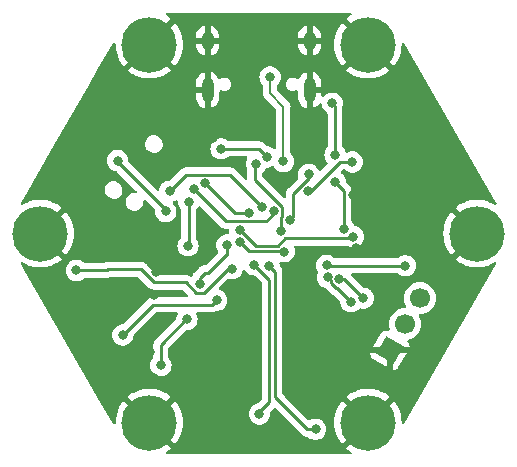
<source format=gbr>
%TF.GenerationSoftware,KiCad,Pcbnew,(7.0.0)*%
%TF.CreationDate,2023-12-11T14:41:33-05:00*%
%TF.ProjectId,stm32-accel-breakout,73746d33-322d-4616-9363-656c2d627265,rev?*%
%TF.SameCoordinates,Original*%
%TF.FileFunction,Copper,L2,Bot*%
%TF.FilePolarity,Positive*%
%FSLAX46Y46*%
G04 Gerber Fmt 4.6, Leading zero omitted, Abs format (unit mm)*
G04 Created by KiCad (PCBNEW (7.0.0)) date 2023-12-11 14:41:33*
%MOMM*%
%LPD*%
G01*
G04 APERTURE LIST*
G04 Aperture macros list*
%AMHorizOval*
0 Thick line with rounded ends*
0 $1 width*
0 $2 $3 position (X,Y) of the first rounded end (center of the circle)*
0 $4 $5 position (X,Y) of the second rounded end (center of the circle)*
0 Add line between two ends*
20,1,$1,$2,$3,$4,$5,0*
0 Add two circle primitives to create the rounded ends*
1,1,$1,$2,$3*
1,1,$1,$4,$5*%
%AMRotRect*
0 Rectangle, with rotation*
0 The origin of the aperture is its center*
0 $1 length*
0 $2 width*
0 $3 Rotation angle, in degrees counterclockwise*
0 Add horizontal line*
21,1,$1,$2,0,0,$3*%
G04 Aperture macros list end*
%TA.AperFunction,ComponentPad*%
%ADD10C,4.700000*%
%TD*%
%TA.AperFunction,ComponentPad*%
%ADD11O,1.000000X2.100000*%
%TD*%
%TA.AperFunction,ComponentPad*%
%ADD12O,1.000000X1.600000*%
%TD*%
%TA.AperFunction,ComponentPad*%
%ADD13RotRect,1.700000X1.700000X150.000000*%
%TD*%
%TA.AperFunction,ComponentPad*%
%ADD14HorizOval,1.700000X0.000000X0.000000X0.000000X0.000000X0*%
%TD*%
%TA.AperFunction,ViaPad*%
%ADD15C,0.800000*%
%TD*%
%TA.AperFunction,Conductor*%
%ADD16C,0.250000*%
%TD*%
%TA.AperFunction,Conductor*%
%ADD17C,0.200000*%
%TD*%
G04 APERTURE END LIST*
D10*
%TO.P,H6,1,1*%
%TO.N,GND*%
X168327215Y-100278051D03*
%TD*%
%TO.P,H5,1,1*%
%TO.N,GND*%
X131327215Y-100278051D03*
%TD*%
%TO.P,H4,1,1*%
%TO.N,GND*%
X140577215Y-84278051D03*
%TD*%
%TO.P,H3,1,1*%
%TO.N,GND*%
X159077215Y-84278051D03*
%TD*%
%TO.P,H2,1,1*%
%TO.N,GND*%
X159077215Y-116278051D03*
%TD*%
%TO.P,H1,1,1*%
%TO.N,GND*%
X140577215Y-116278051D03*
%TD*%
D11*
%TO.P,J1,S1,SHIELD*%
%TO.N,GND*%
X154147214Y-88133050D03*
D12*
X154147214Y-83953050D03*
D11*
X145507214Y-88133050D03*
D12*
X145507214Y-83953050D03*
%TD*%
D13*
%TO.P,J3,1,Pin_1*%
%TO.N,GND*%
X160949999Y-110149999D03*
D14*
%TO.P,J3,2,Pin_2*%
%TO.N,TX1*%
X162219999Y-107950294D03*
%TO.P,J3,3,Pin_3*%
%TO.N,RX1*%
X163489999Y-105750590D03*
%TD*%
D15*
%TO.N,+3.3V*%
X143900000Y-97600000D03*
X157067306Y-99899128D03*
X143854609Y-101320868D03*
X150550000Y-93800000D03*
X146650000Y-93100000D03*
X156327215Y-95928051D03*
%TO.N,ADXL_Z1_{out}*%
X147572659Y-103250278D03*
X134400000Y-103400000D03*
%TO.N,ADXL_Y1_{out}*%
X146270694Y-105928551D03*
X138333881Y-108866119D03*
%TO.N,ADXL_X1_{out}*%
X143750617Y-107553551D03*
X141550000Y-111450000D03*
%TO.N,USB_D+*%
X150800000Y-87024500D03*
X151927215Y-94178051D03*
%TO.N,Net-(U1-PD0)*%
X148225500Y-99977551D03*
X157838112Y-100535417D03*
%TO.N,Net-(U1-PD1)*%
X148251509Y-100976715D03*
X162250000Y-103000000D03*
X152000000Y-101800000D03*
X155592241Y-102983722D03*
%TO.N,Net-(D1-A)*%
X149465825Y-102915820D03*
X149900000Y-115550000D03*
%TO.N,Net-(D2-A)*%
X154650000Y-116850000D03*
X150700000Y-103000000D03*
%TO.N,BOOT0*%
X157764868Y-94215704D03*
X154027215Y-96678051D03*
%TO.N,TX1*%
X155666211Y-103980483D03*
X157650000Y-106050000D03*
%TO.N,Net-(U1-PA12)*%
X154077215Y-95278051D03*
X152484867Y-99124500D03*
%TO.N,RX1*%
X156651000Y-104151352D03*
X158700000Y-105750591D03*
%TO.N,RST*%
X144826265Y-104550000D03*
X147144085Y-101255915D03*
X137900000Y-94100000D03*
X141966920Y-98410848D03*
%TO.N,Net-(U1-PA11)*%
X149641124Y-94388000D03*
X151704662Y-100065763D03*
%TO.N,SWO*%
X150100000Y-98000000D03*
X142300000Y-96700000D03*
%TO.N,+5V*%
X156301294Y-93608155D03*
X156063808Y-89241457D03*
%TO.N,GND*%
X158100000Y-101500000D03*
X136500000Y-110100000D03*
X153000000Y-113650000D03*
X144250000Y-115250000D03*
X162400000Y-100400000D03*
X160000000Y-105750000D03*
X166500000Y-96500000D03*
X140650000Y-110350000D03*
X155850000Y-118400000D03*
X167050000Y-104250000D03*
X140950000Y-105500000D03*
X137450000Y-113650000D03*
X149250000Y-113400000D03*
X131700000Y-96350000D03*
X162500000Y-98500000D03*
X145650000Y-113350000D03*
X164350000Y-111100000D03*
X148400000Y-82350000D03*
X162150000Y-104450000D03*
X156050000Y-87050000D03*
X143400000Y-87100000D03*
X162000000Y-92000000D03*
X155750000Y-82250000D03*
X143650000Y-109200000D03*
X164250000Y-102000000D03*
X152950000Y-105900000D03*
X157850000Y-97050000D03*
X146900000Y-86200000D03*
X135300000Y-90450000D03*
X153200000Y-86250000D03*
X161850000Y-113350000D03*
X135600000Y-95100000D03*
X141150000Y-103550000D03*
X135000000Y-107450000D03*
X158800000Y-112350000D03*
X144000000Y-118350000D03*
X131750000Y-104150000D03*
X160500000Y-96500000D03*
X151500000Y-82250000D03*
X159000000Y-89000000D03*
X133650000Y-93300000D03*
X146000000Y-92150000D03*
X164200000Y-98500000D03*
X140800000Y-101200000D03*
X141000000Y-112500000D03*
X155900000Y-106800000D03*
X159700000Y-107650000D03*
X155000000Y-115000000D03*
X165250000Y-91350000D03*
X156450000Y-108950000D03*
X137300000Y-87350000D03*
X135300000Y-100100000D03*
X140550000Y-98600000D03*
X144050000Y-82300000D03*
X162400000Y-87000000D03*
X140400000Y-88450000D03*
X166200000Y-107600000D03*
%TO.N,SWDIO*%
X145327215Y-96028051D03*
X149000000Y-98528551D03*
%TO.N,SWCLK*%
X151096551Y-98344370D03*
X144327215Y-96528051D03*
%TD*%
D16*
%TO.N,+5V*%
X156301294Y-89478943D02*
X156063808Y-89241457D01*
X156301294Y-93608155D02*
X156301294Y-89478943D01*
%TO.N,+3.3V*%
X146650000Y-93100000D02*
X149850000Y-93100000D01*
X143854609Y-101320868D02*
X143900000Y-101275477D01*
X156327215Y-95928051D02*
X157067306Y-96668142D01*
X157067306Y-96668142D02*
X157067306Y-99899128D01*
X149850000Y-93100000D02*
X150550000Y-93800000D01*
X143900000Y-101275477D02*
X143900000Y-97600000D01*
%TO.N,ADXL_Z1_{out}*%
X134400000Y-103400000D02*
X137000000Y-103400000D01*
X147199722Y-103250278D02*
X147572659Y-103250278D01*
X137100000Y-103300000D02*
X139874695Y-103300000D01*
X139874695Y-103300000D02*
X140974695Y-104400000D01*
X145175000Y-105275000D02*
X147199722Y-103250278D01*
X140974695Y-104400000D02*
X143650960Y-104400000D01*
X143650960Y-104400000D02*
X144525960Y-105275000D01*
X137000000Y-103400000D02*
X137100000Y-103300000D01*
X144525960Y-105275000D02*
X145175000Y-105275000D01*
%TO.N,ADXL_Y1_{out}*%
X146270694Y-105928551D02*
X145899245Y-106300000D01*
X145899245Y-106300000D02*
X140900000Y-106300000D01*
X140900000Y-106300000D02*
X138333881Y-108866119D01*
%TO.N,ADXL_X1_{out}*%
X141550000Y-111450000D02*
X141550000Y-109700000D01*
X141550000Y-109700000D02*
X143696449Y-107553551D01*
X143696449Y-107553551D02*
X143750617Y-107553551D01*
D17*
%TO.N,USB_D+*%
X150800000Y-87024500D02*
X150800000Y-88400000D01*
X150800000Y-88400000D02*
X151927215Y-89527215D01*
X151927215Y-89527215D02*
X151927215Y-94178051D01*
D16*
%TO.N,Net-(U1-PD0)*%
X151474695Y-101300000D02*
X152105253Y-100669442D01*
X149600000Y-101300000D02*
X151474695Y-101300000D01*
X148550000Y-100250000D02*
X149600000Y-101300000D01*
X157704087Y-100669442D02*
X157838112Y-100535417D01*
X148225500Y-99977551D02*
X148497949Y-100250000D01*
X148497949Y-100250000D02*
X148550000Y-100250000D01*
X152105253Y-100669442D02*
X157704087Y-100669442D01*
%TO.N,Net-(U1-PD1)*%
X151950000Y-101750000D02*
X149024794Y-101750000D01*
X152000000Y-101800000D02*
X151950000Y-101750000D01*
X149024794Y-101750000D02*
X148251509Y-100976715D01*
X155608519Y-103000000D02*
X155592241Y-102983722D01*
X162250000Y-103000000D02*
X155608519Y-103000000D01*
%TO.N,Net-(D1-A)*%
X149900000Y-115400000D02*
X149900000Y-115550000D01*
X150750000Y-114550000D02*
X149900000Y-115400000D01*
X150750000Y-104199995D02*
X150750000Y-114550000D01*
X149465825Y-102915820D02*
X150750000Y-104199995D01*
%TO.N,Net-(D2-A)*%
X150700000Y-103000000D02*
X151200000Y-103500000D01*
X151200000Y-114100805D02*
X153949195Y-116850000D01*
X151200000Y-103500000D02*
X151200000Y-114100805D01*
X153949195Y-116850000D02*
X154650000Y-116850000D01*
%TO.N,BOOT0*%
X156695990Y-94215704D02*
X157764868Y-94215704D01*
X154233643Y-96678051D02*
X156695990Y-94215704D01*
X154027215Y-96678051D02*
X154233643Y-96678051D01*
%TO.N,TX1*%
X156350902Y-104875852D02*
X155926500Y-104451450D01*
X157650000Y-106050000D02*
X157649550Y-106050000D01*
X155926500Y-104451450D02*
X155926500Y-104240772D01*
X156475402Y-104875852D02*
X156350902Y-104875852D01*
X157649550Y-106050000D02*
X156475402Y-104875852D01*
X155926500Y-104240772D02*
X155666211Y-103980483D01*
%TO.N,Net-(U1-PA12)*%
X152484867Y-99124500D02*
X152752215Y-98857152D01*
X152752215Y-96928453D02*
X154077215Y-95603453D01*
X152752215Y-98857152D02*
X152752215Y-96928453D01*
X154077215Y-95603453D02*
X154077215Y-95278051D01*
%TO.N,RX1*%
X158700000Y-105750591D02*
X157100761Y-104151352D01*
X157100761Y-104151352D02*
X156651000Y-104151352D01*
%TO.N,RST*%
X147144085Y-102075278D02*
X147144085Y-101255915D01*
X147085958Y-102075278D02*
X147144085Y-102075278D01*
X137900000Y-94200000D02*
X137900000Y-94100000D01*
X145250460Y-103604807D02*
X145556429Y-103604807D01*
X141966920Y-98410848D02*
X141966920Y-98266920D01*
X145556429Y-103604807D02*
X147085958Y-102075278D01*
X141966920Y-98266920D02*
X137900000Y-94200000D01*
X144826265Y-104029002D02*
X145250460Y-103604807D01*
X144826265Y-104550000D02*
X144826265Y-104029002D01*
%TO.N,Net-(U1-PA11)*%
X149500000Y-95722514D02*
X149500000Y-94529124D01*
X151821551Y-98825980D02*
X151821551Y-98044065D01*
X151704662Y-100065763D02*
X151704662Y-98942869D01*
X149500000Y-94529124D02*
X149641124Y-94388000D01*
X151821551Y-98044065D02*
X149500000Y-95722514D01*
X151704662Y-98942869D02*
X151821551Y-98825980D01*
%TO.N,SWO*%
X143696949Y-95303051D02*
X147403051Y-95303051D01*
X142300000Y-96700000D02*
X143696949Y-95303051D01*
X147403051Y-95303051D02*
X150100000Y-98000000D01*
%TO.N,SWDIO*%
X149000000Y-98528551D02*
X147827715Y-98528551D01*
X147827715Y-98528551D02*
X145327215Y-96028051D01*
%TO.N,SWCLK*%
X147052215Y-99253051D02*
X144327215Y-96528051D01*
X151096551Y-98593664D02*
X150437164Y-99253051D01*
X150437164Y-99253051D02*
X147052215Y-99253051D01*
X151096551Y-98344370D02*
X151096551Y-98593664D01*
%TD*%
%TA.AperFunction,Conductor*%
%TO.N,GND*%
G36*
X157641715Y-81594450D02*
G01*
X157686884Y-81638069D01*
X157704893Y-81698223D01*
X157691124Y-81759488D01*
X157649108Y-81806151D01*
X157375457Y-81986134D01*
X157369655Y-81990453D01*
X157259713Y-82082704D01*
X157252027Y-82094029D01*
X157258697Y-82105980D01*
X161255415Y-86102698D01*
X161264597Y-86108595D01*
X161272829Y-86101428D01*
X161460232Y-85849705D01*
X161464198Y-85843674D01*
X161626579Y-85562421D01*
X161629812Y-85555985D01*
X161758453Y-85257763D01*
X161760909Y-85251014D01*
X161854058Y-84939875D01*
X161855720Y-84932862D01*
X161912113Y-84613042D01*
X161912952Y-84605863D01*
X161931835Y-84281657D01*
X161931835Y-84274450D01*
X161930530Y-84252054D01*
X161944150Y-84187933D01*
X161988558Y-84139716D01*
X162051344Y-84120877D01*
X162114962Y-84136681D01*
X162161633Y-84182713D01*
X169966569Y-97663966D01*
X169983249Y-97727418D01*
X169965218Y-97790500D01*
X169917523Y-97835552D01*
X169853516Y-97849961D01*
X169791117Y-97829694D01*
X169757649Y-97807681D01*
X169751400Y-97804074D01*
X169461192Y-97658325D01*
X169454553Y-97655462D01*
X169149376Y-97544386D01*
X169142486Y-97542323D01*
X168826446Y-97467420D01*
X168819380Y-97466174D01*
X168496779Y-97428468D01*
X168489610Y-97428051D01*
X168164820Y-97428051D01*
X168157650Y-97428468D01*
X167835049Y-97466174D01*
X167827983Y-97467420D01*
X167511943Y-97542323D01*
X167505053Y-97544386D01*
X167199876Y-97655462D01*
X167193237Y-97658325D01*
X166903029Y-97804074D01*
X166896780Y-97807681D01*
X166625456Y-97986134D01*
X166619655Y-97990453D01*
X166509713Y-98082704D01*
X166502027Y-98094029D01*
X166508697Y-98105980D01*
X168593086Y-100190369D01*
X168625180Y-100245956D01*
X168625180Y-100310144D01*
X168593086Y-100365731D01*
X166508697Y-102450120D01*
X166502027Y-102462071D01*
X166509714Y-102473397D01*
X166619656Y-102565649D01*
X166625454Y-102569966D01*
X166896780Y-102748420D01*
X166903029Y-102752027D01*
X167193237Y-102897776D01*
X167199876Y-102900639D01*
X167505053Y-103011715D01*
X167511943Y-103013778D01*
X167827983Y-103088681D01*
X167835049Y-103089927D01*
X168157650Y-103127633D01*
X168164820Y-103128051D01*
X168489610Y-103128051D01*
X168496779Y-103127633D01*
X168819380Y-103089927D01*
X168826446Y-103088681D01*
X169142486Y-103013778D01*
X169149376Y-103011715D01*
X169454553Y-102900639D01*
X169461192Y-102897776D01*
X169751400Y-102752027D01*
X169757644Y-102748422D01*
X169791114Y-102726409D01*
X169853514Y-102706141D01*
X169917521Y-102720550D01*
X169965216Y-102765601D01*
X169983248Y-102828684D01*
X169966568Y-102892136D01*
X162161633Y-116373388D01*
X162114962Y-116419420D01*
X162051344Y-116435224D01*
X161988558Y-116416385D01*
X161944150Y-116368168D01*
X161930530Y-116304047D01*
X161931835Y-116281652D01*
X161931835Y-116274445D01*
X161912952Y-115950238D01*
X161912113Y-115943059D01*
X161855720Y-115623239D01*
X161854058Y-115616226D01*
X161760909Y-115305087D01*
X161758453Y-115298338D01*
X161629812Y-115000116D01*
X161626579Y-114993680D01*
X161464198Y-114712427D01*
X161460232Y-114706396D01*
X161272829Y-114454672D01*
X161264597Y-114447505D01*
X161255415Y-114453402D01*
X159077215Y-116631604D01*
X157258697Y-118450120D01*
X157252027Y-118462071D01*
X157259714Y-118473397D01*
X157369656Y-118565649D01*
X157375454Y-118569966D01*
X157649108Y-118749951D01*
X157691124Y-118796614D01*
X157704893Y-118857879D01*
X157686884Y-118918033D01*
X157641715Y-118961652D01*
X157580969Y-118977551D01*
X142073461Y-118977551D01*
X142012715Y-118961652D01*
X141967546Y-118918033D01*
X141949537Y-118857879D01*
X141963306Y-118796614D01*
X142005322Y-118749951D01*
X142278975Y-118569966D01*
X142284773Y-118565649D01*
X142394714Y-118473397D01*
X142402401Y-118462071D01*
X142395730Y-118450119D01*
X140223662Y-116278051D01*
X140935646Y-116278051D01*
X140942310Y-116289593D01*
X142755415Y-118102698D01*
X142764597Y-118108595D01*
X142772829Y-118101428D01*
X142960232Y-117849705D01*
X142964198Y-117843674D01*
X143126579Y-117562421D01*
X143129812Y-117555985D01*
X143258453Y-117257763D01*
X143260909Y-117251014D01*
X143354058Y-116939875D01*
X143355720Y-116932862D01*
X143412113Y-116613042D01*
X143412952Y-116605863D01*
X143431835Y-116281657D01*
X143431835Y-116274445D01*
X143412952Y-115950238D01*
X143412113Y-115943059D01*
X143355720Y-115623239D01*
X143354058Y-115616226D01*
X143260909Y-115305087D01*
X143258453Y-115298338D01*
X143129812Y-115000116D01*
X143126579Y-114993680D01*
X142964198Y-114712427D01*
X142960232Y-114706396D01*
X142772829Y-114454672D01*
X142764597Y-114447505D01*
X142755415Y-114453402D01*
X140942310Y-116266508D01*
X140935646Y-116278051D01*
X140223662Y-116278051D01*
X138399013Y-114453402D01*
X138389831Y-114447506D01*
X138381598Y-114454673D01*
X138194197Y-114706395D01*
X138190231Y-114712427D01*
X138027850Y-114993680D01*
X138024617Y-115000116D01*
X137895976Y-115298338D01*
X137893520Y-115305087D01*
X137800371Y-115616226D01*
X137798709Y-115623239D01*
X137742316Y-115943059D01*
X137741477Y-115950238D01*
X137722595Y-116274445D01*
X137722595Y-116281659D01*
X137723899Y-116304053D01*
X137710277Y-116368172D01*
X137665869Y-116416388D01*
X137603083Y-116435225D01*
X137539466Y-116419420D01*
X137492796Y-116373389D01*
X137492795Y-116373388D01*
X136173166Y-114094029D01*
X138752027Y-114094029D01*
X138758697Y-114105980D01*
X140565672Y-115912955D01*
X140577214Y-115919619D01*
X140588757Y-115912955D01*
X142395731Y-114105980D01*
X142402401Y-114094028D01*
X142394715Y-114082704D01*
X142284773Y-113990452D01*
X142278975Y-113986135D01*
X142007649Y-113807681D01*
X142001400Y-113804074D01*
X141711192Y-113658325D01*
X141704553Y-113655462D01*
X141399376Y-113544386D01*
X141392486Y-113542323D01*
X141076446Y-113467420D01*
X141069380Y-113466174D01*
X140746779Y-113428468D01*
X140739610Y-113428051D01*
X140414820Y-113428051D01*
X140407650Y-113428468D01*
X140085049Y-113466174D01*
X140077983Y-113467420D01*
X139761943Y-113542323D01*
X139755053Y-113544386D01*
X139449876Y-113655462D01*
X139443237Y-113658325D01*
X139153029Y-113804074D01*
X139146780Y-113807681D01*
X138875456Y-113986134D01*
X138869655Y-113990453D01*
X138759713Y-114082704D01*
X138752027Y-114094029D01*
X136173166Y-114094029D01*
X133215284Y-108984958D01*
X129981887Y-103400000D01*
X133494540Y-103400000D01*
X133495219Y-103406460D01*
X133513646Y-103581795D01*
X133513647Y-103581803D01*
X133514326Y-103588256D01*
X133516331Y-103594428D01*
X133516333Y-103594435D01*
X133569441Y-103757882D01*
X133572821Y-103768284D01*
X133576068Y-103773908D01*
X133576069Y-103773910D01*
X133663589Y-103925500D01*
X133667467Y-103932216D01*
X133671811Y-103937041D01*
X133671813Y-103937043D01*
X133753417Y-104027673D01*
X133794129Y-104072888D01*
X133947270Y-104184151D01*
X134120197Y-104261144D01*
X134305354Y-104300500D01*
X134488143Y-104300500D01*
X134494646Y-104300500D01*
X134679803Y-104261144D01*
X134852730Y-104184151D01*
X135005871Y-104072888D01*
X135011601Y-104066523D01*
X135013271Y-104065310D01*
X135015050Y-104063709D01*
X135015218Y-104063895D01*
X135053315Y-104036219D01*
X135103748Y-104025500D01*
X136922225Y-104025500D01*
X136933280Y-104026021D01*
X136940667Y-104027673D01*
X137007872Y-104025561D01*
X137011768Y-104025500D01*
X137035448Y-104025500D01*
X137039350Y-104025500D01*
X137043313Y-104024999D01*
X137054963Y-104024080D01*
X137098627Y-104022709D01*
X137117861Y-104017119D01*
X137136917Y-104013174D01*
X137156792Y-104010664D01*
X137197395Y-103994587D01*
X137208450Y-103990802D01*
X137250390Y-103978618D01*
X137267629Y-103968422D01*
X137285103Y-103959862D01*
X137296474Y-103955360D01*
X137296476Y-103955358D01*
X137303732Y-103952486D01*
X137310046Y-103947898D01*
X137316877Y-103944143D01*
X137317159Y-103944656D01*
X137342850Y-103931568D01*
X137381165Y-103925500D01*
X139564243Y-103925500D01*
X139611696Y-103934939D01*
X139651924Y-103961819D01*
X140477402Y-104787298D01*
X140484854Y-104795487D01*
X140488909Y-104801877D01*
X140501576Y-104813772D01*
X140537918Y-104847900D01*
X140540715Y-104850611D01*
X140560224Y-104870120D01*
X140563404Y-104872587D01*
X140572266Y-104880155D01*
X140582160Y-104889447D01*
X140598427Y-104904723D01*
X140598429Y-104904724D01*
X140604113Y-104910062D01*
X140610946Y-104913818D01*
X140610947Y-104913819D01*
X140621668Y-104919713D01*
X140637929Y-104930394D01*
X140653759Y-104942673D01*
X140693849Y-104960021D01*
X140704326Y-104965154D01*
X140742603Y-104986197D01*
X140759652Y-104990574D01*
X140762000Y-104991177D01*
X140780414Y-104997481D01*
X140798799Y-105005438D01*
X140841960Y-105012273D01*
X140853359Y-105014634D01*
X140895676Y-105025500D01*
X140915712Y-105025500D01*
X140935097Y-105027025D01*
X140954891Y-105030160D01*
X140992971Y-105026560D01*
X140998371Y-105026050D01*
X141010040Y-105025500D01*
X143340508Y-105025500D01*
X143387961Y-105034939D01*
X143428189Y-105061819D01*
X143829188Y-105462819D01*
X143859438Y-105512182D01*
X143863980Y-105569898D01*
X143841825Y-105623385D01*
X143797802Y-105660985D01*
X143741507Y-105674500D01*
X140977771Y-105674500D01*
X140966718Y-105673979D01*
X140959332Y-105672328D01*
X140951534Y-105672573D01*
X140892144Y-105674439D01*
X140888250Y-105674500D01*
X140860650Y-105674500D01*
X140856799Y-105674986D01*
X140856768Y-105674988D01*
X140856640Y-105675005D01*
X140845029Y-105675918D01*
X140809167Y-105677045D01*
X140809159Y-105677046D01*
X140801373Y-105677291D01*
X140793885Y-105679466D01*
X140793886Y-105679466D01*
X140782134Y-105682880D01*
X140763095Y-105686822D01*
X140750948Y-105688357D01*
X140750940Y-105688358D01*
X140743208Y-105689336D01*
X140735962Y-105692204D01*
X140735957Y-105692206D01*
X140702585Y-105705419D01*
X140691539Y-105709200D01*
X140684048Y-105711377D01*
X140657094Y-105719208D01*
X140657089Y-105719209D01*
X140649610Y-105721383D01*
X140642908Y-105725346D01*
X140642897Y-105725351D01*
X140632364Y-105731581D01*
X140614900Y-105740136D01*
X140603524Y-105744640D01*
X140603517Y-105744643D01*
X140596268Y-105747514D01*
X140589962Y-105752094D01*
X140589957Y-105752098D01*
X140560927Y-105773189D01*
X140551169Y-105779598D01*
X140520298Y-105797856D01*
X140513579Y-105801830D01*
X140508063Y-105807344D01*
X140508056Y-105807351D01*
X140499407Y-105816000D01*
X140484624Y-105828626D01*
X140474727Y-105835817D01*
X140474720Y-105835823D01*
X140468413Y-105840406D01*
X140463446Y-105846408D01*
X140463435Y-105846420D01*
X140440570Y-105874059D01*
X140432710Y-105882697D01*
X138386109Y-107929300D01*
X138345881Y-107956180D01*
X138298428Y-107965619D01*
X138239235Y-107965619D01*
X138232876Y-107966970D01*
X138232872Y-107966971D01*
X138060440Y-108003622D01*
X138060433Y-108003624D01*
X138054078Y-108004975D01*
X138048143Y-108007617D01*
X138048135Y-108007620D01*
X137887088Y-108079324D01*
X137887083Y-108079326D01*
X137881151Y-108081968D01*
X137875897Y-108085784D01*
X137875892Y-108085788D01*
X137733269Y-108189409D01*
X137733262Y-108189414D01*
X137728010Y-108193231D01*
X137723665Y-108198056D01*
X137723660Y-108198061D01*
X137605694Y-108329075D01*
X137605689Y-108329081D01*
X137601348Y-108333903D01*
X137598103Y-108339523D01*
X137598099Y-108339529D01*
X137509950Y-108492208D01*
X137509947Y-108492213D01*
X137506702Y-108497835D01*
X137504696Y-108504007D01*
X137504694Y-108504013D01*
X137450214Y-108671683D01*
X137450212Y-108671692D01*
X137448207Y-108677863D01*
X137447529Y-108684313D01*
X137447527Y-108684323D01*
X137433556Y-108817261D01*
X137428421Y-108866119D01*
X137429100Y-108872579D01*
X137447527Y-109047914D01*
X137447528Y-109047922D01*
X137448207Y-109054375D01*
X137450212Y-109060547D01*
X137450214Y-109060554D01*
X137498408Y-109208878D01*
X137506702Y-109234403D01*
X137509949Y-109240027D01*
X137509950Y-109240029D01*
X137576631Y-109355525D01*
X137601348Y-109398335D01*
X137605692Y-109403160D01*
X137605694Y-109403162D01*
X137698030Y-109505711D01*
X137728010Y-109539007D01*
X137881151Y-109650270D01*
X138054078Y-109727263D01*
X138239235Y-109766619D01*
X138422024Y-109766619D01*
X138428527Y-109766619D01*
X138613684Y-109727263D01*
X138786611Y-109650270D01*
X138939752Y-109539007D01*
X139066414Y-109398335D01*
X139161060Y-109234403D01*
X139219555Y-109054375D01*
X139237202Y-108886464D01*
X139248602Y-108846045D01*
X139272839Y-108811750D01*
X141122771Y-106961819D01*
X141163000Y-106934939D01*
X141210453Y-106925500D01*
X142858640Y-106925500D01*
X142920640Y-106942113D01*
X142966027Y-106987500D01*
X142982640Y-107049500D01*
X142966027Y-107111500D01*
X142926686Y-107179640D01*
X142926683Y-107179645D01*
X142923438Y-107185267D01*
X142921432Y-107191439D01*
X142921430Y-107191445D01*
X142892225Y-107281330D01*
X142864943Y-107365295D01*
X142864264Y-107371747D01*
X142864263Y-107371756D01*
X142853656Y-107472673D01*
X142842255Y-107513094D01*
X142818016Y-107547391D01*
X141162696Y-109202711D01*
X141154511Y-109210159D01*
X141148123Y-109214214D01*
X141142788Y-109219894D01*
X141142783Y-109219899D01*
X141102096Y-109263225D01*
X141099392Y-109266016D01*
X141082628Y-109282780D01*
X141082621Y-109282787D01*
X141079880Y-109285529D01*
X141077500Y-109288596D01*
X141077489Y-109288609D01*
X141077400Y-109288725D01*
X141069842Y-109297570D01*
X141045280Y-109323727D01*
X141045273Y-109323736D01*
X141039938Y-109329418D01*
X141036182Y-109336249D01*
X141036179Y-109336254D01*
X141030285Y-109346975D01*
X141019609Y-109363227D01*
X141012109Y-109372896D01*
X141012101Y-109372907D01*
X141007327Y-109379064D01*
X141004234Y-109386208D01*
X141004229Y-109386219D01*
X140989974Y-109419160D01*
X140984838Y-109429643D01*
X140963803Y-109467908D01*
X140961864Y-109475456D01*
X140961863Y-109475461D01*
X140958822Y-109487307D01*
X140952521Y-109505711D01*
X140947658Y-109516948D01*
X140947656Y-109516952D01*
X140944562Y-109524104D01*
X140943342Y-109531803D01*
X140943342Y-109531805D01*
X140937729Y-109567241D01*
X140935361Y-109578676D01*
X140926438Y-109613428D01*
X140926436Y-109613436D01*
X140924500Y-109620981D01*
X140924500Y-109628777D01*
X140924500Y-109641017D01*
X140922974Y-109660402D01*
X140919840Y-109680196D01*
X140920574Y-109687961D01*
X140920574Y-109687964D01*
X140923950Y-109723676D01*
X140924500Y-109735345D01*
X140924500Y-110751313D01*
X140916264Y-110795751D01*
X140892650Y-110834285D01*
X140821813Y-110912956D01*
X140821808Y-110912962D01*
X140817467Y-110917784D01*
X140814222Y-110923404D01*
X140814218Y-110923410D01*
X140726069Y-111076089D01*
X140726066Y-111076094D01*
X140722821Y-111081716D01*
X140720815Y-111087888D01*
X140720813Y-111087894D01*
X140666333Y-111255564D01*
X140666331Y-111255573D01*
X140664326Y-111261744D01*
X140663648Y-111268194D01*
X140663646Y-111268204D01*
X140645962Y-111436464D01*
X140644540Y-111450000D01*
X140645219Y-111456460D01*
X140663646Y-111631795D01*
X140663647Y-111631803D01*
X140664326Y-111638256D01*
X140666331Y-111644428D01*
X140666333Y-111644435D01*
X140720220Y-111810280D01*
X140722821Y-111818284D01*
X140817467Y-111982216D01*
X140944129Y-112122888D01*
X141097270Y-112234151D01*
X141270197Y-112311144D01*
X141455354Y-112350500D01*
X141638143Y-112350500D01*
X141644646Y-112350500D01*
X141829803Y-112311144D01*
X142002730Y-112234151D01*
X142155871Y-112122888D01*
X142282533Y-111982216D01*
X142377179Y-111818284D01*
X142435674Y-111638256D01*
X142455460Y-111450000D01*
X142435674Y-111261744D01*
X142377179Y-111081716D01*
X142282533Y-110917784D01*
X142207349Y-110834284D01*
X142183736Y-110795751D01*
X142175500Y-110751313D01*
X142175500Y-110010452D01*
X142184939Y-109962999D01*
X142211819Y-109922771D01*
X143644221Y-108490370D01*
X143684449Y-108463490D01*
X143731902Y-108454051D01*
X143838760Y-108454051D01*
X143845263Y-108454051D01*
X144030420Y-108414695D01*
X144203347Y-108337702D01*
X144356488Y-108226439D01*
X144483150Y-108085767D01*
X144577796Y-107921835D01*
X144636291Y-107741807D01*
X144656077Y-107553551D01*
X144636291Y-107365295D01*
X144577796Y-107185267D01*
X144535207Y-107111500D01*
X144518594Y-107049500D01*
X144535207Y-106987500D01*
X144580594Y-106942113D01*
X144642594Y-106925500D01*
X145821470Y-106925500D01*
X145832525Y-106926021D01*
X145839912Y-106927673D01*
X145907117Y-106925561D01*
X145911013Y-106925500D01*
X145934693Y-106925500D01*
X145938595Y-106925500D01*
X145942558Y-106924999D01*
X145954208Y-106924080D01*
X145997872Y-106922709D01*
X146017106Y-106917119D01*
X146036162Y-106913174D01*
X146056037Y-106910664D01*
X146096640Y-106894587D01*
X146107695Y-106890802D01*
X146149635Y-106878618D01*
X146166874Y-106868422D01*
X146184348Y-106859862D01*
X146189976Y-106857633D01*
X146202977Y-106852486D01*
X146209287Y-106847901D01*
X146215679Y-106844388D01*
X146275415Y-106829051D01*
X146358837Y-106829051D01*
X146365340Y-106829051D01*
X146550497Y-106789695D01*
X146723424Y-106712702D01*
X146876565Y-106601439D01*
X147003227Y-106460767D01*
X147097873Y-106296835D01*
X147156368Y-106116807D01*
X147176154Y-105928551D01*
X147156368Y-105740295D01*
X147097873Y-105560267D01*
X147003227Y-105396335D01*
X146876565Y-105255663D01*
X146871307Y-105251843D01*
X146871305Y-105251841D01*
X146728682Y-105148220D01*
X146728681Y-105148219D01*
X146723424Y-105144400D01*
X146717486Y-105141756D01*
X146556439Y-105070052D01*
X146556434Y-105070050D01*
X146550497Y-105067407D01*
X146540227Y-105065224D01*
X146481840Y-105034987D01*
X146447121Y-104979149D01*
X146445832Y-104913410D01*
X146478333Y-104856256D01*
X147187779Y-104146810D01*
X147240240Y-104115599D01*
X147301235Y-104113203D01*
X147478013Y-104150778D01*
X147660802Y-104150778D01*
X147667305Y-104150778D01*
X147852462Y-104111422D01*
X148025389Y-104034429D01*
X148178530Y-103923166D01*
X148305192Y-103782494D01*
X148399838Y-103618562D01*
X148458333Y-103438534D01*
X148459942Y-103423223D01*
X148481438Y-103365415D01*
X148528125Y-103325113D01*
X148588453Y-103312288D01*
X148647497Y-103330113D01*
X148690650Y-103374178D01*
X148733292Y-103448036D01*
X148737636Y-103452861D01*
X148737638Y-103452863D01*
X148839600Y-103566103D01*
X148859954Y-103588708D01*
X148865212Y-103592528D01*
X148865213Y-103592529D01*
X148912572Y-103626937D01*
X149013095Y-103699971D01*
X149133358Y-103753516D01*
X149179252Y-103773950D01*
X149186022Y-103776964D01*
X149371179Y-103816320D01*
X149430373Y-103816320D01*
X149477826Y-103825759D01*
X149518054Y-103852639D01*
X150088181Y-104422766D01*
X150115061Y-104462994D01*
X150124500Y-104510447D01*
X150124500Y-114239548D01*
X150115061Y-114287001D01*
X150088183Y-114327226D01*
X149967905Y-114447505D01*
X149781234Y-114634175D01*
X149752721Y-114655466D01*
X149719335Y-114667783D01*
X149626557Y-114687504D01*
X149626555Y-114687504D01*
X149620197Y-114688856D01*
X149614262Y-114691498D01*
X149614254Y-114691501D01*
X149453207Y-114763205D01*
X149453202Y-114763207D01*
X149447270Y-114765849D01*
X149442016Y-114769665D01*
X149442011Y-114769669D01*
X149299388Y-114873290D01*
X149299381Y-114873295D01*
X149294129Y-114877112D01*
X149289784Y-114881937D01*
X149289779Y-114881942D01*
X149171813Y-115012956D01*
X149171808Y-115012962D01*
X149167467Y-115017784D01*
X149164222Y-115023404D01*
X149164218Y-115023410D01*
X149076069Y-115176089D01*
X149076066Y-115176094D01*
X149072821Y-115181716D01*
X149070815Y-115187888D01*
X149070813Y-115187894D01*
X149016333Y-115355564D01*
X149016331Y-115355573D01*
X149014326Y-115361744D01*
X149013648Y-115368194D01*
X149013646Y-115368204D01*
X148995962Y-115536464D01*
X148994540Y-115550000D01*
X148995219Y-115556460D01*
X149013646Y-115731795D01*
X149013647Y-115731803D01*
X149014326Y-115738256D01*
X149016331Y-115744428D01*
X149016333Y-115744435D01*
X149070813Y-115912105D01*
X149072821Y-115918284D01*
X149076068Y-115923908D01*
X149076069Y-115923910D01*
X149158017Y-116065849D01*
X149167467Y-116082216D01*
X149171811Y-116087041D01*
X149171813Y-116087043D01*
X149252912Y-116177112D01*
X149294129Y-116222888D01*
X149447270Y-116334151D01*
X149620197Y-116411144D01*
X149805354Y-116450500D01*
X149988143Y-116450500D01*
X149994646Y-116450500D01*
X150179803Y-116411144D01*
X150352730Y-116334151D01*
X150505871Y-116222888D01*
X150632533Y-116082216D01*
X150727179Y-115918284D01*
X150785674Y-115738256D01*
X150805460Y-115550000D01*
X150795391Y-115454198D01*
X150801824Y-115399846D01*
X150831029Y-115353559D01*
X151111917Y-115072671D01*
X151167502Y-115040579D01*
X151231690Y-115040579D01*
X151287277Y-115072673D01*
X153451902Y-117237298D01*
X153459354Y-117245487D01*
X153463409Y-117251877D01*
X153512418Y-117297900D01*
X153515215Y-117300611D01*
X153534724Y-117320120D01*
X153537904Y-117322587D01*
X153546766Y-117330155D01*
X153560215Y-117342785D01*
X153572927Y-117354723D01*
X153572929Y-117354724D01*
X153578613Y-117360062D01*
X153585446Y-117363818D01*
X153585447Y-117363819D01*
X153596168Y-117369713D01*
X153612429Y-117380394D01*
X153628259Y-117392673D01*
X153668349Y-117410021D01*
X153678826Y-117415154D01*
X153717103Y-117436197D01*
X153734152Y-117440574D01*
X153736500Y-117441177D01*
X153754914Y-117447481D01*
X153773299Y-117455438D01*
X153816460Y-117462273D01*
X153827859Y-117464634D01*
X153870176Y-117475500D01*
X153890212Y-117475500D01*
X153909597Y-117477025D01*
X153929391Y-117480160D01*
X153937579Y-117479386D01*
X153938068Y-117479454D01*
X153944959Y-117479671D01*
X153944935Y-117480412D01*
X153994292Y-117487303D01*
X154034011Y-117514751D01*
X154034950Y-117513709D01*
X154039779Y-117518057D01*
X154044129Y-117522888D01*
X154197270Y-117634151D01*
X154370197Y-117711144D01*
X154555354Y-117750500D01*
X154738143Y-117750500D01*
X154744646Y-117750500D01*
X154929803Y-117711144D01*
X155102730Y-117634151D01*
X155255871Y-117522888D01*
X155382533Y-117382216D01*
X155477179Y-117218284D01*
X155535674Y-117038256D01*
X155555460Y-116850000D01*
X155535674Y-116661744D01*
X155477179Y-116481716D01*
X155382533Y-116317784D01*
X155350004Y-116281657D01*
X156222595Y-116281657D01*
X156241477Y-116605863D01*
X156242316Y-116613042D01*
X156298709Y-116932862D01*
X156300371Y-116939875D01*
X156393520Y-117251014D01*
X156395976Y-117257763D01*
X156524617Y-117555985D01*
X156527850Y-117562421D01*
X156690231Y-117843674D01*
X156694197Y-117849705D01*
X156881599Y-118101428D01*
X156889831Y-118108595D01*
X156899013Y-118102698D01*
X158712119Y-116289593D01*
X158718783Y-116278050D01*
X158712119Y-116266508D01*
X156899013Y-114453402D01*
X156889831Y-114447506D01*
X156881598Y-114454673D01*
X156694197Y-114706395D01*
X156690231Y-114712427D01*
X156527850Y-114993680D01*
X156524617Y-115000116D01*
X156395976Y-115298338D01*
X156393520Y-115305087D01*
X156300371Y-115616226D01*
X156298709Y-115623239D01*
X156242316Y-115943059D01*
X156241477Y-115950238D01*
X156222595Y-116274445D01*
X156222595Y-116281657D01*
X155350004Y-116281657D01*
X155300528Y-116226709D01*
X155260220Y-116181942D01*
X155260219Y-116181941D01*
X155255871Y-116177112D01*
X155250613Y-116173292D01*
X155250611Y-116173290D01*
X155107988Y-116069669D01*
X155107987Y-116069668D01*
X155102730Y-116065849D01*
X155096792Y-116063205D01*
X154935745Y-115991501D01*
X154935740Y-115991499D01*
X154929803Y-115988856D01*
X154923444Y-115987504D01*
X154923440Y-115987503D01*
X154751008Y-115950852D01*
X154751005Y-115950851D01*
X154744646Y-115949500D01*
X154555354Y-115949500D01*
X154548995Y-115950851D01*
X154548991Y-115950852D01*
X154376559Y-115987503D01*
X154376552Y-115987505D01*
X154370197Y-115988856D01*
X154364262Y-115991498D01*
X154364254Y-115991501D01*
X154203210Y-116063203D01*
X154203200Y-116063208D01*
X154197270Y-116065849D01*
X154192015Y-116069666D01*
X154186566Y-116072813D01*
X154135374Y-116088951D01*
X154082158Y-116081944D01*
X154036889Y-116053104D01*
X152077815Y-114094029D01*
X157252027Y-114094029D01*
X157258697Y-114105980D01*
X159065672Y-115912955D01*
X159077214Y-115919619D01*
X159088757Y-115912955D01*
X160895731Y-114105980D01*
X160902401Y-114094028D01*
X160894715Y-114082704D01*
X160784773Y-113990452D01*
X160778975Y-113986135D01*
X160507649Y-113807681D01*
X160501400Y-113804074D01*
X160211192Y-113658325D01*
X160204553Y-113655462D01*
X159899376Y-113544386D01*
X159892486Y-113542323D01*
X159576446Y-113467420D01*
X159569380Y-113466174D01*
X159246779Y-113428468D01*
X159239610Y-113428051D01*
X158914820Y-113428051D01*
X158907650Y-113428468D01*
X158585049Y-113466174D01*
X158577983Y-113467420D01*
X158261943Y-113542323D01*
X158255053Y-113544386D01*
X157949876Y-113655462D01*
X157943237Y-113658325D01*
X157653029Y-113804074D01*
X157646780Y-113807681D01*
X157375456Y-113986134D01*
X157369655Y-113990453D01*
X157259713Y-114082704D01*
X157252027Y-114094029D01*
X152077815Y-114094029D01*
X151861819Y-113878033D01*
X151834939Y-113837805D01*
X151825500Y-113790352D01*
X151825500Y-111793286D01*
X161200000Y-111793286D01*
X161202892Y-111805418D01*
X161214372Y-111810280D01*
X161240353Y-111814650D01*
X161257907Y-111815067D01*
X161383056Y-111800103D01*
X161400015Y-111795559D01*
X161515878Y-111745944D01*
X161530869Y-111736807D01*
X161628921Y-111655849D01*
X161639476Y-111644645D01*
X161668255Y-111605232D01*
X161671886Y-111599655D01*
X162356344Y-110414139D01*
X162359332Y-110402987D01*
X162348182Y-110400000D01*
X161216326Y-110400000D01*
X161203450Y-110403450D01*
X161200000Y-110416326D01*
X161200000Y-111793286D01*
X151825500Y-111793286D01*
X151825500Y-110457907D01*
X159284932Y-110457907D01*
X159299896Y-110583056D01*
X159304440Y-110600015D01*
X159354055Y-110715878D01*
X159363192Y-110730869D01*
X159444150Y-110828921D01*
X159455354Y-110839476D01*
X159494767Y-110868255D01*
X159500344Y-110871886D01*
X160685860Y-111556344D01*
X160697012Y-111559332D01*
X160700000Y-111548182D01*
X160700000Y-110416326D01*
X160696549Y-110403450D01*
X160683674Y-110400000D01*
X159306714Y-110400000D01*
X159294581Y-110402892D01*
X159289719Y-110414372D01*
X159285349Y-110440353D01*
X159284932Y-110457907D01*
X151825500Y-110457907D01*
X151825500Y-109897012D01*
X159540667Y-109897012D01*
X159551818Y-109900000D01*
X162593286Y-109900000D01*
X162605418Y-109897107D01*
X162610280Y-109885627D01*
X162614650Y-109859646D01*
X162615067Y-109842092D01*
X162600103Y-109716943D01*
X162595559Y-109699984D01*
X162545944Y-109584121D01*
X162536805Y-109569126D01*
X162453053Y-109467691D01*
X162426913Y-109412209D01*
X162430560Y-109350985D01*
X162463103Y-109298999D01*
X162516577Y-109268967D01*
X162683663Y-109224198D01*
X162897830Y-109124330D01*
X163091401Y-108988790D01*
X163258495Y-108821696D01*
X163394035Y-108628125D01*
X163493903Y-108413958D01*
X163555063Y-108185703D01*
X163575659Y-107950295D01*
X163555063Y-107714887D01*
X163493903Y-107486632D01*
X163398167Y-107281328D01*
X163386668Y-107223517D01*
X163403163Y-107166925D01*
X163443925Y-107124344D01*
X163499740Y-107105397D01*
X163725408Y-107085654D01*
X163953663Y-107024494D01*
X164167830Y-106924626D01*
X164361401Y-106789086D01*
X164528495Y-106621992D01*
X164664035Y-106428421D01*
X164763903Y-106214254D01*
X164825063Y-105985999D01*
X164845659Y-105750591D01*
X164825063Y-105515183D01*
X164763903Y-105286928D01*
X164664035Y-105072762D01*
X164528495Y-104879190D01*
X164361401Y-104712096D01*
X164356970Y-104708993D01*
X164356966Y-104708990D01*
X164172259Y-104579657D01*
X164172257Y-104579655D01*
X164167830Y-104576556D01*
X164162933Y-104574272D01*
X164162927Y-104574269D01*
X163958572Y-104478977D01*
X163958570Y-104478976D01*
X163953663Y-104476688D01*
X163948438Y-104475288D01*
X163948430Y-104475285D01*
X163730634Y-104416928D01*
X163730630Y-104416927D01*
X163725408Y-104415528D01*
X163720020Y-104415056D01*
X163720017Y-104415056D01*
X163495395Y-104395404D01*
X163490000Y-104394932D01*
X163484605Y-104395404D01*
X163259982Y-104415056D01*
X163259977Y-104415056D01*
X163254592Y-104415528D01*
X163249371Y-104416926D01*
X163249365Y-104416928D01*
X163031569Y-104475285D01*
X163031557Y-104475289D01*
X163026337Y-104476688D01*
X163021432Y-104478974D01*
X163021427Y-104478977D01*
X162817081Y-104574266D01*
X162817077Y-104574268D01*
X162812171Y-104576556D01*
X162807738Y-104579659D01*
X162807731Y-104579664D01*
X162623034Y-104708990D01*
X162623029Y-104708993D01*
X162618599Y-104712096D01*
X162614775Y-104715919D01*
X162614769Y-104715925D01*
X162455334Y-104875360D01*
X162455328Y-104875366D01*
X162451505Y-104879190D01*
X162448402Y-104883620D01*
X162448399Y-104883625D01*
X162319073Y-105068322D01*
X162319068Y-105068329D01*
X162315965Y-105072762D01*
X162313677Y-105077668D01*
X162313675Y-105077672D01*
X162218386Y-105282018D01*
X162218383Y-105282023D01*
X162216097Y-105286928D01*
X162214698Y-105292148D01*
X162214694Y-105292160D01*
X162156337Y-105509956D01*
X162156335Y-105509962D01*
X162154937Y-105515183D01*
X162154465Y-105520568D01*
X162154465Y-105520573D01*
X162140754Y-105677291D01*
X162134341Y-105750591D01*
X162134813Y-105755986D01*
X162150811Y-105938847D01*
X162154937Y-105985999D01*
X162156336Y-105991221D01*
X162156337Y-105991225D01*
X162214694Y-106209021D01*
X162214697Y-106209029D01*
X162216097Y-106214254D01*
X162218386Y-106219163D01*
X162218388Y-106219168D01*
X162311830Y-106419556D01*
X162323330Y-106477369D01*
X162306835Y-106533960D01*
X162266073Y-106576540D01*
X162210256Y-106595488D01*
X161989982Y-106614760D01*
X161989977Y-106614760D01*
X161984592Y-106615232D01*
X161979371Y-106616630D01*
X161979365Y-106616632D01*
X161761569Y-106674989D01*
X161761557Y-106674993D01*
X161756337Y-106676392D01*
X161751432Y-106678678D01*
X161751427Y-106678681D01*
X161547081Y-106773970D01*
X161547077Y-106773972D01*
X161542171Y-106776260D01*
X161537738Y-106779363D01*
X161537731Y-106779368D01*
X161353034Y-106908694D01*
X161353029Y-106908697D01*
X161348599Y-106911800D01*
X161344775Y-106915623D01*
X161344769Y-106915629D01*
X161185334Y-107075064D01*
X161185328Y-107075070D01*
X161181505Y-107078894D01*
X161178402Y-107083324D01*
X161178399Y-107083329D01*
X161049073Y-107268026D01*
X161049068Y-107268033D01*
X161045965Y-107272466D01*
X161043677Y-107277372D01*
X161043675Y-107277376D01*
X160948386Y-107481722D01*
X160948383Y-107481727D01*
X160946097Y-107486632D01*
X160944698Y-107491852D01*
X160944694Y-107491864D01*
X160886337Y-107709660D01*
X160886335Y-107709666D01*
X160884937Y-107714887D01*
X160884465Y-107720272D01*
X160884465Y-107720277D01*
X160882041Y-107747986D01*
X160864341Y-107950295D01*
X160864813Y-107955690D01*
X160876193Y-108085767D01*
X160884937Y-108185703D01*
X160886336Y-108190925D01*
X160886337Y-108190929D01*
X160929706Y-108352788D01*
X160930435Y-108414116D01*
X160901685Y-108468291D01*
X160850487Y-108502061D01*
X160789368Y-108507164D01*
X160659647Y-108485349D01*
X160642092Y-108484932D01*
X160516943Y-108499896D01*
X160499984Y-108504440D01*
X160384121Y-108554055D01*
X160369130Y-108563192D01*
X160271078Y-108644150D01*
X160260523Y-108655354D01*
X160231744Y-108694767D01*
X160228113Y-108700344D01*
X159543655Y-109885860D01*
X159540667Y-109897012D01*
X151825500Y-109897012D01*
X151825500Y-103577775D01*
X151826021Y-103566719D01*
X151827673Y-103559333D01*
X151825561Y-103492127D01*
X151825500Y-103488232D01*
X151825500Y-103464541D01*
X151825500Y-103460650D01*
X151824998Y-103456677D01*
X151824080Y-103445018D01*
X151824070Y-103444713D01*
X151822709Y-103401373D01*
X151817120Y-103382140D01*
X151813174Y-103363083D01*
X151813050Y-103362105D01*
X151810664Y-103343208D01*
X151794582Y-103302591D01*
X151790803Y-103291551D01*
X151780795Y-103257102D01*
X151780793Y-103257099D01*
X151778618Y-103249610D01*
X151768417Y-103232360D01*
X151759863Y-103214901D01*
X151752486Y-103196268D01*
X151726808Y-103160925D01*
X151720401Y-103151171D01*
X151702142Y-103120296D01*
X151702141Y-103120294D01*
X151698170Y-103113580D01*
X151684005Y-103099414D01*
X151671370Y-103084622D01*
X151659594Y-103068413D01*
X151647170Y-103058135D01*
X151616929Y-103021188D01*
X151605403Y-102983722D01*
X154686781Y-102983722D01*
X154687460Y-102990182D01*
X154705887Y-103165517D01*
X154705888Y-103165525D01*
X154706567Y-103171978D01*
X154708572Y-103178150D01*
X154708574Y-103178157D01*
X154756324Y-103325113D01*
X154765062Y-103352006D01*
X154768309Y-103357630D01*
X154768310Y-103357632D01*
X154841362Y-103484162D01*
X154857975Y-103546158D01*
X154843545Y-103600020D01*
X154844924Y-103600634D01*
X154842278Y-103606576D01*
X154839032Y-103612199D01*
X154837026Y-103618371D01*
X154837024Y-103618377D01*
X154782544Y-103786047D01*
X154782542Y-103786056D01*
X154780537Y-103792227D01*
X154779859Y-103798677D01*
X154779857Y-103798687D01*
X154763391Y-103955360D01*
X154760751Y-103980483D01*
X154761430Y-103986943D01*
X154779857Y-104162278D01*
X154779858Y-104162286D01*
X154780537Y-104168739D01*
X154782542Y-104174911D01*
X154782544Y-104174918D01*
X154822909Y-104299147D01*
X154839032Y-104348767D01*
X154842279Y-104354391D01*
X154842280Y-104354393D01*
X154914208Y-104478977D01*
X154933678Y-104512699D01*
X155060340Y-104653371D01*
X155213481Y-104764634D01*
X155386408Y-104841627D01*
X155402065Y-104844955D01*
X155437150Y-104858212D01*
X155464383Y-104879564D01*
X155466906Y-104883037D01*
X155472915Y-104888008D01*
X155500558Y-104910876D01*
X155509199Y-104918739D01*
X155853608Y-105263148D01*
X155861060Y-105271337D01*
X155865116Y-105277729D01*
X155870800Y-105283067D01*
X155870802Y-105283069D01*
X155914125Y-105323752D01*
X155916921Y-105326462D01*
X155936431Y-105345972D01*
X155939611Y-105348439D01*
X155948473Y-105356007D01*
X155961922Y-105368637D01*
X155974634Y-105380575D01*
X155974636Y-105380576D01*
X155980320Y-105385914D01*
X155987153Y-105389670D01*
X155987154Y-105389671D01*
X155997875Y-105395565D01*
X156014136Y-105406246D01*
X156029966Y-105418525D01*
X156070056Y-105435873D01*
X156080533Y-105441006D01*
X156118810Y-105462049D01*
X156135859Y-105466426D01*
X156138207Y-105467029D01*
X156156621Y-105473333D01*
X156175006Y-105481290D01*
X156175924Y-105481435D01*
X156226026Y-105511066D01*
X156711091Y-105996131D01*
X156735331Y-106030429D01*
X156746731Y-106070850D01*
X156751779Y-106118875D01*
X156764326Y-106238256D01*
X156766331Y-106244428D01*
X156766333Y-106244435D01*
X156820813Y-106412105D01*
X156822821Y-106418284D01*
X156826068Y-106423908D01*
X156826069Y-106423910D01*
X156856933Y-106477369D01*
X156917467Y-106582216D01*
X156921811Y-106587041D01*
X156921813Y-106587043D01*
X156981630Y-106653476D01*
X157044129Y-106722888D01*
X157197270Y-106834151D01*
X157370197Y-106911144D01*
X157555354Y-106950500D01*
X157738143Y-106950500D01*
X157744646Y-106950500D01*
X157929803Y-106911144D01*
X158102730Y-106834151D01*
X158255871Y-106722888D01*
X158318372Y-106653473D01*
X158372200Y-106618516D01*
X158436297Y-106615157D01*
X158605354Y-106651091D01*
X158788143Y-106651091D01*
X158794646Y-106651091D01*
X158979803Y-106611735D01*
X159152730Y-106534742D01*
X159305871Y-106423479D01*
X159432533Y-106282807D01*
X159527179Y-106118875D01*
X159585674Y-105938847D01*
X159605460Y-105750591D01*
X159585674Y-105562335D01*
X159527179Y-105382307D01*
X159432533Y-105218375D01*
X159365925Y-105144400D01*
X159310220Y-105082533D01*
X159310219Y-105082532D01*
X159305871Y-105077703D01*
X159300613Y-105073883D01*
X159300611Y-105073881D01*
X159157988Y-104970260D01*
X159157987Y-104970259D01*
X159152730Y-104966440D01*
X159138311Y-104960020D01*
X158985745Y-104892092D01*
X158985740Y-104892090D01*
X158979803Y-104889447D01*
X158973444Y-104888095D01*
X158973440Y-104888094D01*
X158801008Y-104851443D01*
X158801005Y-104851442D01*
X158794646Y-104850091D01*
X158788143Y-104850091D01*
X158735453Y-104850091D01*
X158688000Y-104840652D01*
X158647772Y-104813772D01*
X157671181Y-103837181D01*
X157640931Y-103787818D01*
X157636389Y-103730102D01*
X157658544Y-103676615D01*
X157702567Y-103639015D01*
X157758862Y-103625500D01*
X161546252Y-103625500D01*
X161596685Y-103636219D01*
X161634781Y-103663895D01*
X161634950Y-103663709D01*
X161636728Y-103665310D01*
X161638398Y-103666523D01*
X161644129Y-103672888D01*
X161649387Y-103676708D01*
X161649388Y-103676709D01*
X161702396Y-103715221D01*
X161797270Y-103784151D01*
X161970197Y-103861144D01*
X162155354Y-103900500D01*
X162338143Y-103900500D01*
X162344646Y-103900500D01*
X162529803Y-103861144D01*
X162702730Y-103784151D01*
X162855871Y-103672888D01*
X162982533Y-103532216D01*
X163077179Y-103368284D01*
X163135674Y-103188256D01*
X163155460Y-103000000D01*
X163139630Y-102849387D01*
X163136353Y-102818204D01*
X163136352Y-102818203D01*
X163135674Y-102811744D01*
X163077179Y-102631716D01*
X162982533Y-102467784D01*
X162898539Y-102374500D01*
X162860220Y-102331942D01*
X162860219Y-102331941D01*
X162855871Y-102327112D01*
X162850613Y-102323292D01*
X162850611Y-102323290D01*
X162707988Y-102219669D01*
X162707987Y-102219668D01*
X162702730Y-102215849D01*
X162696792Y-102213205D01*
X162535745Y-102141501D01*
X162535740Y-102141499D01*
X162529803Y-102138856D01*
X162523444Y-102137504D01*
X162523440Y-102137503D01*
X162351008Y-102100852D01*
X162351005Y-102100851D01*
X162344646Y-102099500D01*
X162155354Y-102099500D01*
X162148995Y-102100851D01*
X162148991Y-102100852D01*
X161976559Y-102137503D01*
X161976552Y-102137505D01*
X161970197Y-102138856D01*
X161964262Y-102141498D01*
X161964254Y-102141501D01*
X161803207Y-102213205D01*
X161803202Y-102213207D01*
X161797270Y-102215849D01*
X161792016Y-102219665D01*
X161792011Y-102219669D01*
X161649388Y-102323290D01*
X161649381Y-102323295D01*
X161644129Y-102327112D01*
X161638404Y-102333471D01*
X161638399Y-102333476D01*
X161636728Y-102334689D01*
X161634950Y-102336291D01*
X161634781Y-102336104D01*
X161596685Y-102363781D01*
X161546252Y-102374500D01*
X156310645Y-102374500D01*
X156260209Y-102363779D01*
X156218494Y-102333471D01*
X156217117Y-102331942D01*
X156198112Y-102310834D01*
X156192854Y-102307014D01*
X156192852Y-102307012D01*
X156050229Y-102203391D01*
X156050228Y-102203390D01*
X156044971Y-102199571D01*
X156039033Y-102196927D01*
X155877986Y-102125223D01*
X155877981Y-102125221D01*
X155872044Y-102122578D01*
X155865685Y-102121226D01*
X155865681Y-102121225D01*
X155693249Y-102084574D01*
X155693246Y-102084573D01*
X155686887Y-102083222D01*
X155497595Y-102083222D01*
X155491236Y-102084573D01*
X155491232Y-102084574D01*
X155318800Y-102121225D01*
X155318793Y-102121227D01*
X155312438Y-102122578D01*
X155306503Y-102125220D01*
X155306495Y-102125223D01*
X155145448Y-102196927D01*
X155145443Y-102196929D01*
X155139511Y-102199571D01*
X155134257Y-102203387D01*
X155134252Y-102203391D01*
X154991629Y-102307012D01*
X154991622Y-102307017D01*
X154986370Y-102310834D01*
X154982025Y-102315659D01*
X154982020Y-102315664D01*
X154864054Y-102446678D01*
X154864049Y-102446684D01*
X154859708Y-102451506D01*
X154856463Y-102457126D01*
X154856459Y-102457132D01*
X154768310Y-102609811D01*
X154768307Y-102609816D01*
X154765062Y-102615438D01*
X154763056Y-102621610D01*
X154763054Y-102621616D01*
X154708574Y-102789286D01*
X154708572Y-102789295D01*
X154706567Y-102795466D01*
X154705889Y-102801916D01*
X154705887Y-102801926D01*
X154691087Y-102942752D01*
X154686781Y-102983722D01*
X151605403Y-102983722D01*
X151602890Y-102975555D01*
X151585674Y-102811744D01*
X151584817Y-102809106D01*
X151587151Y-102749688D01*
X151618363Y-102697224D01*
X151670827Y-102666011D01*
X151731822Y-102663615D01*
X151905354Y-102700500D01*
X152088143Y-102700500D01*
X152094646Y-102700500D01*
X152279803Y-102661144D01*
X152452730Y-102584151D01*
X152605871Y-102472888D01*
X152732533Y-102332216D01*
X152827179Y-102168284D01*
X152885674Y-101988256D01*
X152905460Y-101800000D01*
X152885674Y-101611744D01*
X152835479Y-101457260D01*
X152830937Y-101399544D01*
X152853092Y-101346057D01*
X152897115Y-101308457D01*
X152953410Y-101294942D01*
X157311198Y-101294942D01*
X157349523Y-101301013D01*
X157373943Y-101313458D01*
X157374497Y-101312499D01*
X157380122Y-101315747D01*
X157385382Y-101319568D01*
X157558309Y-101396561D01*
X157743466Y-101435917D01*
X157926255Y-101435917D01*
X157932758Y-101435917D01*
X158117915Y-101396561D01*
X158290842Y-101319568D01*
X158443983Y-101208305D01*
X158570645Y-101067633D01*
X158665291Y-100903701D01*
X158723786Y-100723673D01*
X158743572Y-100535417D01*
X158723786Y-100347161D01*
X158702502Y-100281657D01*
X165472595Y-100281657D01*
X165491477Y-100605863D01*
X165492316Y-100613042D01*
X165548709Y-100932862D01*
X165550371Y-100939875D01*
X165643520Y-101251014D01*
X165645976Y-101257763D01*
X165774617Y-101555985D01*
X165777850Y-101562421D01*
X165940231Y-101843674D01*
X165944197Y-101849705D01*
X166131599Y-102101428D01*
X166139831Y-102108595D01*
X166149013Y-102102698D01*
X167962119Y-100289593D01*
X167968783Y-100278051D01*
X167962119Y-100266508D01*
X166149013Y-98453402D01*
X166139831Y-98447506D01*
X166131598Y-98454673D01*
X165944197Y-98706395D01*
X165940231Y-98712427D01*
X165777850Y-98993680D01*
X165774617Y-99000116D01*
X165645976Y-99298338D01*
X165643520Y-99305087D01*
X165550371Y-99616226D01*
X165548709Y-99623239D01*
X165492316Y-99943059D01*
X165491477Y-99950238D01*
X165472595Y-100274445D01*
X165472595Y-100281657D01*
X158702502Y-100281657D01*
X158665291Y-100167133D01*
X158570645Y-100003201D01*
X158443983Y-99862529D01*
X158438725Y-99858709D01*
X158438723Y-99858707D01*
X158296100Y-99755086D01*
X158296099Y-99755085D01*
X158290842Y-99751266D01*
X158243429Y-99730156D01*
X158123857Y-99676918D01*
X158123852Y-99676916D01*
X158117915Y-99674273D01*
X158101801Y-99670847D01*
X157997996Y-99648783D01*
X157940806Y-99619643D01*
X157905847Y-99565812D01*
X157894485Y-99530844D01*
X157799839Y-99366912D01*
X157724655Y-99283412D01*
X157701042Y-99244879D01*
X157692806Y-99200441D01*
X157692806Y-96745917D01*
X157693327Y-96734861D01*
X157694979Y-96727475D01*
X157692867Y-96660255D01*
X157692806Y-96656361D01*
X157692806Y-96632684D01*
X157692806Y-96628792D01*
X157692304Y-96624825D01*
X157691387Y-96613168D01*
X157690016Y-96569515D01*
X157684424Y-96550270D01*
X157680480Y-96531225D01*
X157677970Y-96511350D01*
X157661885Y-96470725D01*
X157658112Y-96459704D01*
X157645924Y-96417752D01*
X157635723Y-96400502D01*
X157627169Y-96383043D01*
X157619792Y-96364410D01*
X157594114Y-96329067D01*
X157587707Y-96319313D01*
X157569448Y-96288438D01*
X157569447Y-96288436D01*
X157565476Y-96281722D01*
X157551311Y-96267557D01*
X157538676Y-96252764D01*
X157526900Y-96236555D01*
X157520889Y-96231582D01*
X157520887Y-96231580D01*
X157493247Y-96208715D01*
X157484606Y-96200852D01*
X157266176Y-95982421D01*
X157241936Y-95948123D01*
X157230536Y-95907701D01*
X157213568Y-95746255D01*
X157213567Y-95746254D01*
X157212889Y-95739795D01*
X157154394Y-95559767D01*
X157059748Y-95395835D01*
X156933086Y-95255163D01*
X156927828Y-95251343D01*
X156927826Y-95251341D01*
X156823519Y-95175558D01*
X156788214Y-95135829D01*
X156772786Y-95084968D01*
X156780069Y-95032321D01*
X156808721Y-94987562D01*
X156918761Y-94877522D01*
X156958990Y-94850643D01*
X157006442Y-94841204D01*
X157061120Y-94841204D01*
X157111553Y-94851923D01*
X157149649Y-94879599D01*
X157149818Y-94879413D01*
X157151596Y-94881014D01*
X157153266Y-94882227D01*
X157158997Y-94888592D01*
X157312138Y-94999855D01*
X157485065Y-95076848D01*
X157670222Y-95116204D01*
X157853011Y-95116204D01*
X157859514Y-95116204D01*
X158044671Y-95076848D01*
X158217598Y-94999855D01*
X158370739Y-94888592D01*
X158497401Y-94747920D01*
X158592047Y-94583988D01*
X158650542Y-94403960D01*
X158670328Y-94215704D01*
X158650542Y-94027448D01*
X158592047Y-93847420D01*
X158497401Y-93683488D01*
X158370739Y-93542816D01*
X158365481Y-93538996D01*
X158365479Y-93538994D01*
X158222856Y-93435373D01*
X158222855Y-93435372D01*
X158217598Y-93431553D01*
X158210658Y-93428463D01*
X158050613Y-93357205D01*
X158050608Y-93357203D01*
X158044671Y-93354560D01*
X158038312Y-93353208D01*
X158038308Y-93353207D01*
X157865876Y-93316556D01*
X157865873Y-93316555D01*
X157859514Y-93315204D01*
X157670222Y-93315204D01*
X157663863Y-93316555D01*
X157663859Y-93316556D01*
X157491427Y-93353207D01*
X157491420Y-93353209D01*
X157485065Y-93354560D01*
X157456377Y-93367333D01*
X157331904Y-93422752D01*
X157264211Y-93432265D01*
X157201763Y-93404461D01*
X157163538Y-93347790D01*
X157154401Y-93319669D01*
X157128473Y-93239871D01*
X157033827Y-93075939D01*
X156958643Y-92992439D01*
X156935030Y-92953906D01*
X156926794Y-92909468D01*
X156926794Y-89556718D01*
X156927315Y-89545662D01*
X156928967Y-89538276D01*
X156928344Y-89518488D01*
X156934352Y-89476275D01*
X156949482Y-89429713D01*
X156969268Y-89241457D01*
X156949482Y-89053201D01*
X156890987Y-88873173D01*
X156796341Y-88709241D01*
X156790578Y-88702841D01*
X156674028Y-88573399D01*
X156674027Y-88573398D01*
X156669679Y-88568569D01*
X156664421Y-88564749D01*
X156664419Y-88564747D01*
X156521796Y-88461126D01*
X156521795Y-88461125D01*
X156516538Y-88457306D01*
X156510600Y-88454662D01*
X156349553Y-88382958D01*
X156349548Y-88382956D01*
X156343611Y-88380313D01*
X156337252Y-88378961D01*
X156337248Y-88378960D01*
X156164816Y-88342309D01*
X156164813Y-88342308D01*
X156158454Y-88340957D01*
X155969162Y-88340957D01*
X155962803Y-88342308D01*
X155962799Y-88342309D01*
X155790367Y-88378960D01*
X155790360Y-88378962D01*
X155784005Y-88380313D01*
X155778070Y-88382955D01*
X155778062Y-88382958D01*
X155617015Y-88454662D01*
X155617010Y-88454664D01*
X155611078Y-88457306D01*
X155605824Y-88461122D01*
X155605819Y-88461126D01*
X155463196Y-88564747D01*
X155463189Y-88564752D01*
X155457937Y-88568569D01*
X155453592Y-88573394D01*
X155453587Y-88573399D01*
X155363365Y-88673602D01*
X155314438Y-88706853D01*
X155255674Y-88713652D01*
X155200447Y-88692453D01*
X155161326Y-88648079D01*
X155147215Y-88590630D01*
X155147215Y-88399377D01*
X155143764Y-88386501D01*
X155130889Y-88383051D01*
X154413541Y-88383051D01*
X154400665Y-88386501D01*
X154397215Y-88399377D01*
X154397215Y-89643013D01*
X154399552Y-89653696D01*
X154404717Y-89654024D01*
X154405055Y-89653936D01*
X154583975Y-89587672D01*
X154595221Y-89582156D01*
X154757141Y-89481231D01*
X154767035Y-89473572D01*
X154905329Y-89342114D01*
X154913476Y-89332623D01*
X154944267Y-89288386D01*
X154989113Y-89249063D01*
X155047131Y-89235228D01*
X155104896Y-89250080D01*
X155149045Y-89290184D01*
X155169363Y-89346262D01*
X155177454Y-89423252D01*
X155177455Y-89423260D01*
X155178134Y-89429713D01*
X155180139Y-89435885D01*
X155180141Y-89435892D01*
X155225244Y-89574702D01*
X155236629Y-89609741D01*
X155239876Y-89615365D01*
X155239877Y-89615367D01*
X155258730Y-89648022D01*
X155331275Y-89773673D01*
X155457937Y-89914345D01*
X155611078Y-90025608D01*
X155614564Y-90027160D01*
X155659182Y-90071780D01*
X155675794Y-90133779D01*
X155675794Y-92909468D01*
X155667558Y-92953906D01*
X155643944Y-92992440D01*
X155573107Y-93071111D01*
X155573102Y-93071117D01*
X155568761Y-93075939D01*
X155565516Y-93081559D01*
X155565512Y-93081565D01*
X155477363Y-93234244D01*
X155477360Y-93234249D01*
X155474115Y-93239871D01*
X155472109Y-93246043D01*
X155472107Y-93246049D01*
X155417627Y-93413719D01*
X155417625Y-93413728D01*
X155415620Y-93419899D01*
X155414942Y-93426349D01*
X155414940Y-93426359D01*
X155400584Y-93562956D01*
X155395834Y-93608155D01*
X155396513Y-93614615D01*
X155414940Y-93789950D01*
X155414941Y-93789958D01*
X155415620Y-93796411D01*
X155417625Y-93802583D01*
X155417627Y-93802590D01*
X155472107Y-93970260D01*
X155474115Y-93976439D01*
X155477362Y-93982063D01*
X155477363Y-93982065D01*
X155549182Y-94106460D01*
X155568761Y-94140371D01*
X155640678Y-94220243D01*
X155669349Y-94275319D01*
X155667724Y-94337392D01*
X155636208Y-94390894D01*
X155096604Y-94930498D01*
X155048781Y-94960236D01*
X154992738Y-94965756D01*
X154940032Y-94945919D01*
X154901536Y-94904817D01*
X154892169Y-94888592D01*
X154809748Y-94745835D01*
X154790477Y-94724433D01*
X154687435Y-94609993D01*
X154687434Y-94609992D01*
X154683086Y-94605163D01*
X154677828Y-94601343D01*
X154677826Y-94601341D01*
X154535203Y-94497720D01*
X154535202Y-94497719D01*
X154529945Y-94493900D01*
X154524007Y-94491256D01*
X154362960Y-94419552D01*
X154362955Y-94419550D01*
X154357018Y-94416907D01*
X154350659Y-94415555D01*
X154350655Y-94415554D01*
X154178223Y-94378903D01*
X154178220Y-94378902D01*
X154171861Y-94377551D01*
X153982569Y-94377551D01*
X153976210Y-94378902D01*
X153976206Y-94378903D01*
X153803774Y-94415554D01*
X153803767Y-94415556D01*
X153797412Y-94416907D01*
X153791477Y-94419549D01*
X153791469Y-94419552D01*
X153630422Y-94491256D01*
X153630417Y-94491258D01*
X153624485Y-94493900D01*
X153619231Y-94497716D01*
X153619226Y-94497720D01*
X153476603Y-94601341D01*
X153476596Y-94601346D01*
X153471344Y-94605163D01*
X153466999Y-94609988D01*
X153466994Y-94609993D01*
X153349028Y-94741007D01*
X153349023Y-94741013D01*
X153344682Y-94745835D01*
X153341437Y-94751455D01*
X153341433Y-94751461D01*
X153253284Y-94904140D01*
X153253281Y-94904145D01*
X153250036Y-94909767D01*
X153248030Y-94915939D01*
X153248028Y-94915945D01*
X153193548Y-95083615D01*
X153193546Y-95083624D01*
X153191541Y-95089795D01*
X153190863Y-95096245D01*
X153190861Y-95096255D01*
X153182527Y-95175558D01*
X153171755Y-95278051D01*
X153172434Y-95284511D01*
X153190861Y-95459846D01*
X153190862Y-95459854D01*
X153191541Y-95466307D01*
X153193547Y-95472483D01*
X153193548Y-95472484D01*
X153201959Y-95498371D01*
X153204601Y-95565635D01*
X153171708Y-95624368D01*
X152364911Y-96431164D01*
X152356726Y-96438612D01*
X152350338Y-96442667D01*
X152345003Y-96448347D01*
X152344998Y-96448352D01*
X152304311Y-96491678D01*
X152301607Y-96494469D01*
X152284843Y-96511233D01*
X152284836Y-96511240D01*
X152282095Y-96513982D01*
X152279715Y-96517049D01*
X152279704Y-96517062D01*
X152279615Y-96517178D01*
X152272057Y-96526023D01*
X152247495Y-96552180D01*
X152247488Y-96552189D01*
X152242153Y-96557871D01*
X152238397Y-96564702D01*
X152238394Y-96564707D01*
X152232500Y-96575428D01*
X152221824Y-96591680D01*
X152214324Y-96601349D01*
X152214316Y-96601360D01*
X152209542Y-96607517D01*
X152206449Y-96614661D01*
X152206444Y-96614672D01*
X152192189Y-96647613D01*
X152187053Y-96658096D01*
X152174399Y-96681115D01*
X152166018Y-96696361D01*
X152164079Y-96703909D01*
X152164078Y-96703914D01*
X152161037Y-96715760D01*
X152154736Y-96734164D01*
X152149873Y-96745401D01*
X152149871Y-96745405D01*
X152146777Y-96752557D01*
X152145557Y-96760256D01*
X152145557Y-96760258D01*
X152139944Y-96795694D01*
X152137576Y-96807129D01*
X152128653Y-96841881D01*
X152128651Y-96841889D01*
X152126715Y-96849434D01*
X152126715Y-96857230D01*
X152126715Y-96869470D01*
X152125189Y-96888855D01*
X152122055Y-96908649D01*
X152122789Y-96916414D01*
X152122789Y-96916417D01*
X152126165Y-96952129D01*
X152126715Y-96963798D01*
X152126715Y-97165277D01*
X152113200Y-97221572D01*
X152075600Y-97265595D01*
X152022113Y-97287750D01*
X151964397Y-97283208D01*
X151915034Y-97252958D01*
X151123393Y-96461317D01*
X150161819Y-95499742D01*
X150134939Y-95459514D01*
X150125500Y-95412061D01*
X150125500Y-95212340D01*
X150139015Y-95156045D01*
X150176615Y-95112022D01*
X150198316Y-95096255D01*
X150246995Y-95060888D01*
X150373657Y-94920216D01*
X150464714Y-94762499D01*
X150510101Y-94717113D01*
X150572101Y-94700500D01*
X150638143Y-94700500D01*
X150644646Y-94700500D01*
X150829803Y-94661144D01*
X150995509Y-94587365D01*
X151054593Y-94576947D01*
X151111654Y-94595487D01*
X151153331Y-94638645D01*
X151194682Y-94710267D01*
X151199026Y-94715092D01*
X151199028Y-94715094D01*
X151314607Y-94843457D01*
X151321344Y-94850939D01*
X151326602Y-94854759D01*
X151326603Y-94854760D01*
X151360535Y-94879413D01*
X151474485Y-94962202D01*
X151647412Y-95039195D01*
X151832569Y-95078551D01*
X152015358Y-95078551D01*
X152021861Y-95078551D01*
X152207018Y-95039195D01*
X152379945Y-94962202D01*
X152533086Y-94850939D01*
X152659748Y-94710267D01*
X152754394Y-94546335D01*
X152812889Y-94366307D01*
X152832675Y-94178051D01*
X152812889Y-93989795D01*
X152754394Y-93809767D01*
X152659748Y-93645835D01*
X152559564Y-93534570D01*
X152535951Y-93496037D01*
X152527715Y-93451599D01*
X152527715Y-89574702D01*
X152528776Y-89558517D01*
X152531836Y-89535274D01*
X152532897Y-89527215D01*
X152512259Y-89370453D01*
X152451751Y-89224374D01*
X152451750Y-89224373D01*
X152355497Y-89098933D01*
X152330437Y-89079704D01*
X152318249Y-89069014D01*
X151436819Y-88187584D01*
X151409939Y-88147356D01*
X151400500Y-88099903D01*
X151400500Y-87750952D01*
X151408736Y-87706514D01*
X151432350Y-87667980D01*
X151463800Y-87633051D01*
X152136749Y-87633051D01*
X152137810Y-87641110D01*
X152155466Y-87775227D01*
X152155467Y-87775233D01*
X152156528Y-87783287D01*
X152214517Y-87923284D01*
X152219460Y-87929725D01*
X152219463Y-87929731D01*
X152301820Y-88037059D01*
X152306764Y-88043502D01*
X152313206Y-88048445D01*
X152420534Y-88130802D01*
X152420537Y-88130804D01*
X152426982Y-88135749D01*
X152566979Y-88193738D01*
X152679495Y-88208551D01*
X152750882Y-88208551D01*
X152754935Y-88208551D01*
X152867451Y-88193738D01*
X152956781Y-88156735D01*
X152975762Y-88148874D01*
X153035369Y-88140032D01*
X153092106Y-88160333D01*
X153132573Y-88204982D01*
X153147215Y-88263435D01*
X153147215Y-88730621D01*
X153147532Y-88736886D01*
X153161998Y-88879135D01*
X153164516Y-88891386D01*
X153221634Y-89073436D01*
X153226570Y-89084940D01*
X153319169Y-89251771D01*
X153326312Y-89262033D01*
X153450594Y-89406805D01*
X153459673Y-89415436D01*
X153610544Y-89532218D01*
X153621172Y-89538843D01*
X153792471Y-89622868D01*
X153804212Y-89627216D01*
X153883468Y-89647737D01*
X153894679Y-89648022D01*
X153897215Y-89637097D01*
X153897215Y-87866725D01*
X154397215Y-87866725D01*
X154400665Y-87879600D01*
X154413541Y-87883051D01*
X155130889Y-87883051D01*
X155143764Y-87879600D01*
X155147215Y-87866725D01*
X155147215Y-87535481D01*
X155146897Y-87529215D01*
X155132431Y-87386966D01*
X155129913Y-87374715D01*
X155072795Y-87192665D01*
X155067859Y-87181161D01*
X154975260Y-87014330D01*
X154968117Y-87004068D01*
X154843835Y-86859296D01*
X154834756Y-86850665D01*
X154683885Y-86733883D01*
X154673257Y-86727258D01*
X154501958Y-86643233D01*
X154490217Y-86638885D01*
X154410961Y-86618364D01*
X154399750Y-86618079D01*
X154397215Y-86629005D01*
X154397215Y-87866725D01*
X153897215Y-87866725D01*
X153897215Y-86623089D01*
X153894877Y-86612405D01*
X153889712Y-86612077D01*
X153889374Y-86612165D01*
X153710454Y-86678429D01*
X153699208Y-86683945D01*
X153537288Y-86784870D01*
X153527394Y-86792529D01*
X153389100Y-86923987D01*
X153380952Y-86933478D01*
X153271949Y-87090087D01*
X153265879Y-87101024D01*
X153255291Y-87125696D01*
X153222209Y-87170796D01*
X153172674Y-87196770D01*
X153116764Y-87198334D01*
X153065854Y-87175169D01*
X153013900Y-87135302D01*
X153013890Y-87135296D01*
X153007448Y-87130353D01*
X152999939Y-87127242D01*
X152999938Y-87127242D01*
X152874960Y-87075474D01*
X152874957Y-87075473D01*
X152867451Y-87072364D01*
X152859397Y-87071303D01*
X152859391Y-87071302D01*
X152758954Y-87058080D01*
X152758952Y-87058079D01*
X152754935Y-87057551D01*
X152679495Y-87057551D01*
X152675478Y-87058079D01*
X152675475Y-87058080D01*
X152575038Y-87071302D01*
X152575030Y-87071303D01*
X152566979Y-87072364D01*
X152559474Y-87075472D01*
X152559469Y-87075474D01*
X152434491Y-87127242D01*
X152434487Y-87127244D01*
X152426982Y-87130353D01*
X152420543Y-87135293D01*
X152420534Y-87135299D01*
X152313206Y-87217656D01*
X152313202Y-87217659D01*
X152306764Y-87222600D01*
X152301823Y-87229038D01*
X152301820Y-87229042D01*
X152219463Y-87336370D01*
X152219457Y-87336379D01*
X152214517Y-87342818D01*
X152211408Y-87350323D01*
X152211406Y-87350327D01*
X152159638Y-87475305D01*
X152159636Y-87475310D01*
X152156528Y-87482815D01*
X152155467Y-87490866D01*
X152155466Y-87490874D01*
X152146163Y-87561543D01*
X152136749Y-87633051D01*
X151463800Y-87633051D01*
X151532533Y-87556716D01*
X151627179Y-87392784D01*
X151685674Y-87212756D01*
X151705460Y-87024500D01*
X151685674Y-86836244D01*
X151627179Y-86656216D01*
X151532533Y-86492284D01*
X151505329Y-86462071D01*
X157252027Y-86462071D01*
X157259714Y-86473397D01*
X157369656Y-86565649D01*
X157375454Y-86569966D01*
X157646780Y-86748420D01*
X157653029Y-86752027D01*
X157943237Y-86897776D01*
X157949876Y-86900639D01*
X158255053Y-87011715D01*
X158261943Y-87013778D01*
X158577983Y-87088681D01*
X158585049Y-87089927D01*
X158907650Y-87127633D01*
X158914820Y-87128051D01*
X159239610Y-87128051D01*
X159246779Y-87127633D01*
X159569380Y-87089927D01*
X159576446Y-87088681D01*
X159892486Y-87013778D01*
X159899376Y-87011715D01*
X160204553Y-86900639D01*
X160211192Y-86897776D01*
X160501400Y-86752027D01*
X160507649Y-86748420D01*
X160778975Y-86569966D01*
X160784773Y-86565649D01*
X160894714Y-86473397D01*
X160902401Y-86462071D01*
X160895730Y-86450119D01*
X159088757Y-84643146D01*
X159077215Y-84636482D01*
X159065672Y-84643146D01*
X157258697Y-86450120D01*
X157252027Y-86462071D01*
X151505329Y-86462071D01*
X151405871Y-86351612D01*
X151400613Y-86347792D01*
X151400611Y-86347790D01*
X151257988Y-86244169D01*
X151257987Y-86244168D01*
X151252730Y-86240349D01*
X151246792Y-86237705D01*
X151085745Y-86166001D01*
X151085740Y-86165999D01*
X151079803Y-86163356D01*
X151073444Y-86162004D01*
X151073440Y-86162003D01*
X150901008Y-86125352D01*
X150901005Y-86125351D01*
X150894646Y-86124000D01*
X150705354Y-86124000D01*
X150698995Y-86125351D01*
X150698991Y-86125352D01*
X150526559Y-86162003D01*
X150526552Y-86162005D01*
X150520197Y-86163356D01*
X150514262Y-86165998D01*
X150514254Y-86166001D01*
X150353207Y-86237705D01*
X150353202Y-86237707D01*
X150347270Y-86240349D01*
X150342016Y-86244165D01*
X150342011Y-86244169D01*
X150199388Y-86347790D01*
X150199381Y-86347795D01*
X150194129Y-86351612D01*
X150189784Y-86356437D01*
X150189779Y-86356442D01*
X150071813Y-86487456D01*
X150071808Y-86487462D01*
X150067467Y-86492284D01*
X150064222Y-86497904D01*
X150064218Y-86497910D01*
X149976069Y-86650589D01*
X149976066Y-86650594D01*
X149972821Y-86656216D01*
X149970815Y-86662388D01*
X149970813Y-86662394D01*
X149916333Y-86830064D01*
X149916331Y-86830073D01*
X149914326Y-86836244D01*
X149913648Y-86842694D01*
X149913646Y-86842704D01*
X149896687Y-87004068D01*
X149894540Y-87024500D01*
X149895219Y-87030960D01*
X149913646Y-87206295D01*
X149913647Y-87206303D01*
X149914326Y-87212756D01*
X149916331Y-87218928D01*
X149916333Y-87218935D01*
X149966950Y-87374715D01*
X149972821Y-87392784D01*
X149976068Y-87398408D01*
X149976069Y-87398410D01*
X150020405Y-87475203D01*
X150067467Y-87556716D01*
X150071811Y-87561541D01*
X150071813Y-87561543D01*
X150167650Y-87667980D01*
X150191264Y-87706514D01*
X150199500Y-87750952D01*
X150199500Y-88352513D01*
X150198438Y-88368698D01*
X150194318Y-88400000D01*
X150195379Y-88408059D01*
X150199500Y-88439361D01*
X150213894Y-88548702D01*
X150213895Y-88548708D01*
X150214956Y-88556762D01*
X150218065Y-88564268D01*
X150218066Y-88564271D01*
X150252781Y-88648079D01*
X150275464Y-88702841D01*
X150371718Y-88828282D01*
X150378164Y-88833228D01*
X150396769Y-88847504D01*
X150408964Y-88858199D01*
X151290396Y-89739631D01*
X151317276Y-89779859D01*
X151326715Y-89827312D01*
X151326715Y-93007874D01*
X151308442Y-93072664D01*
X151259010Y-93118359D01*
X151192986Y-93131492D01*
X151129830Y-93108192D01*
X151007988Y-93019669D01*
X151007987Y-93019668D01*
X151002730Y-93015849D01*
X150996792Y-93013205D01*
X150835745Y-92941501D01*
X150835740Y-92941499D01*
X150829803Y-92938856D01*
X150823444Y-92937504D01*
X150823440Y-92937503D01*
X150651008Y-92900852D01*
X150651005Y-92900851D01*
X150644646Y-92899500D01*
X150638143Y-92899500D01*
X150585453Y-92899500D01*
X150538000Y-92890061D01*
X150497772Y-92863181D01*
X150347286Y-92712695D01*
X150339842Y-92704514D01*
X150335786Y-92698123D01*
X150286775Y-92652098D01*
X150283978Y-92649387D01*
X150267227Y-92632636D01*
X150267226Y-92632635D01*
X150264471Y-92629880D01*
X150261290Y-92627412D01*
X150252414Y-92619830D01*
X150226269Y-92595278D01*
X150226267Y-92595276D01*
X150220582Y-92589938D01*
X150213749Y-92586182D01*
X150213743Y-92586177D01*
X150203025Y-92580285D01*
X150186766Y-92569606D01*
X150177095Y-92562104D01*
X150177092Y-92562102D01*
X150170936Y-92557327D01*
X150163779Y-92554229D01*
X150163776Y-92554228D01*
X150130849Y-92539978D01*
X150120363Y-92534841D01*
X150088932Y-92517562D01*
X150088923Y-92517558D01*
X150082092Y-92513803D01*
X150074535Y-92511862D01*
X150074531Y-92511861D01*
X150062688Y-92508820D01*
X150044284Y-92502519D01*
X150033057Y-92497660D01*
X150033050Y-92497658D01*
X150025896Y-92494562D01*
X150018192Y-92493341D01*
X150018190Y-92493341D01*
X149982759Y-92487729D01*
X149971324Y-92485361D01*
X149936571Y-92476438D01*
X149936563Y-92476437D01*
X149929019Y-92474500D01*
X149921223Y-92474500D01*
X149908983Y-92474500D01*
X149889597Y-92472974D01*
X149869804Y-92469840D01*
X149862038Y-92470574D01*
X149862035Y-92470574D01*
X149826324Y-92473950D01*
X149814655Y-92474500D01*
X147353748Y-92474500D01*
X147303315Y-92463781D01*
X147265218Y-92436104D01*
X147265050Y-92436291D01*
X147263271Y-92434689D01*
X147261601Y-92433476D01*
X147255871Y-92427112D01*
X147250613Y-92423292D01*
X147250611Y-92423290D01*
X147107988Y-92319669D01*
X147107987Y-92319668D01*
X147102730Y-92315849D01*
X147096792Y-92313205D01*
X146935745Y-92241501D01*
X146935740Y-92241499D01*
X146929803Y-92238856D01*
X146923444Y-92237504D01*
X146923440Y-92237503D01*
X146751008Y-92200852D01*
X146751005Y-92200851D01*
X146744646Y-92199500D01*
X146555354Y-92199500D01*
X146548995Y-92200851D01*
X146548991Y-92200852D01*
X146376559Y-92237503D01*
X146376552Y-92237505D01*
X146370197Y-92238856D01*
X146364262Y-92241498D01*
X146364254Y-92241501D01*
X146203207Y-92313205D01*
X146203202Y-92313207D01*
X146197270Y-92315849D01*
X146192016Y-92319665D01*
X146192011Y-92319669D01*
X146049388Y-92423290D01*
X146049381Y-92423295D01*
X146044129Y-92427112D01*
X146039784Y-92431937D01*
X146039779Y-92431942D01*
X145921813Y-92562956D01*
X145921808Y-92562962D01*
X145917467Y-92567784D01*
X145914222Y-92573404D01*
X145914218Y-92573410D01*
X145826069Y-92726089D01*
X145826066Y-92726094D01*
X145822821Y-92731716D01*
X145820815Y-92737888D01*
X145820813Y-92737894D01*
X145766333Y-92905564D01*
X145766331Y-92905573D01*
X145764326Y-92911744D01*
X145763648Y-92918194D01*
X145763646Y-92918204D01*
X145747788Y-93069099D01*
X145744540Y-93100000D01*
X145745219Y-93106460D01*
X145763646Y-93281795D01*
X145763647Y-93281803D01*
X145764326Y-93288256D01*
X145766331Y-93294428D01*
X145766333Y-93294435D01*
X145820813Y-93462105D01*
X145822821Y-93468284D01*
X145826068Y-93473908D01*
X145826069Y-93473910D01*
X145899845Y-93601695D01*
X145917467Y-93632216D01*
X145921811Y-93637041D01*
X145921813Y-93637043D01*
X146001991Y-93726089D01*
X146044129Y-93772888D01*
X146197270Y-93884151D01*
X146370197Y-93961144D01*
X146555354Y-94000500D01*
X146738143Y-94000500D01*
X146744646Y-94000500D01*
X146929803Y-93961144D01*
X147102730Y-93884151D01*
X147255871Y-93772888D01*
X147261601Y-93766523D01*
X147263271Y-93765310D01*
X147265050Y-93763709D01*
X147265218Y-93763895D01*
X147303315Y-93736219D01*
X147353748Y-93725500D01*
X148769036Y-93725500D01*
X148831036Y-93742113D01*
X148876423Y-93787500D01*
X148893036Y-93849500D01*
X148876423Y-93911500D01*
X148817193Y-94014089D01*
X148817190Y-94014094D01*
X148813945Y-94019716D01*
X148811939Y-94025888D01*
X148811937Y-94025894D01*
X148757457Y-94193564D01*
X148757455Y-94193573D01*
X148755450Y-94199744D01*
X148754772Y-94206194D01*
X148754770Y-94206204D01*
X148740983Y-94337392D01*
X148735664Y-94388000D01*
X148736343Y-94394460D01*
X148754770Y-94569795D01*
X148754771Y-94569803D01*
X148755450Y-94576256D01*
X148757455Y-94582428D01*
X148757457Y-94582435D01*
X148806909Y-94734630D01*
X148813945Y-94756284D01*
X148817192Y-94761908D01*
X148817193Y-94761910D01*
X148837752Y-94797520D01*
X148854707Y-94826887D01*
X148857887Y-94832394D01*
X148874500Y-94894394D01*
X148874500Y-95590548D01*
X148860985Y-95646843D01*
X148823385Y-95690866D01*
X148769898Y-95713021D01*
X148712182Y-95708479D01*
X148662819Y-95678229D01*
X148396651Y-95412061D01*
X147900337Y-94915746D01*
X147892893Y-94907565D01*
X147888837Y-94901174D01*
X147839826Y-94855149D01*
X147837029Y-94852438D01*
X147820278Y-94835687D01*
X147820277Y-94835686D01*
X147817522Y-94832931D01*
X147814341Y-94830463D01*
X147805465Y-94822881D01*
X147779320Y-94798329D01*
X147779318Y-94798327D01*
X147773633Y-94792989D01*
X147766800Y-94789233D01*
X147766794Y-94789228D01*
X147756076Y-94783336D01*
X147739817Y-94772657D01*
X147730146Y-94765155D01*
X147730143Y-94765153D01*
X147723987Y-94760378D01*
X147716830Y-94757280D01*
X147716827Y-94757279D01*
X147683900Y-94743029D01*
X147673414Y-94737892D01*
X147641983Y-94720613D01*
X147641974Y-94720609D01*
X147635143Y-94716854D01*
X147627586Y-94714913D01*
X147627582Y-94714912D01*
X147615739Y-94711871D01*
X147597335Y-94705570D01*
X147586108Y-94700711D01*
X147586101Y-94700709D01*
X147578947Y-94697613D01*
X147571243Y-94696392D01*
X147571241Y-94696392D01*
X147535810Y-94690780D01*
X147524375Y-94688412D01*
X147489622Y-94679489D01*
X147489614Y-94679488D01*
X147482070Y-94677551D01*
X147474274Y-94677551D01*
X147462034Y-94677551D01*
X147442648Y-94676025D01*
X147422855Y-94672891D01*
X147415089Y-94673625D01*
X147415086Y-94673625D01*
X147379375Y-94677001D01*
X147367706Y-94677551D01*
X143774720Y-94677551D01*
X143763667Y-94677030D01*
X143756281Y-94675379D01*
X143748483Y-94675624D01*
X143689093Y-94677490D01*
X143685199Y-94677551D01*
X143657599Y-94677551D01*
X143653748Y-94678037D01*
X143653717Y-94678039D01*
X143653589Y-94678056D01*
X143641978Y-94678969D01*
X143606121Y-94680096D01*
X143606114Y-94680097D01*
X143598322Y-94680342D01*
X143590837Y-94682516D01*
X143590821Y-94682519D01*
X143579075Y-94685932D01*
X143560032Y-94689876D01*
X143547898Y-94691409D01*
X143547897Y-94691409D01*
X143540157Y-94692387D01*
X143532907Y-94695256D01*
X143532900Y-94695259D01*
X143499547Y-94708464D01*
X143488503Y-94712245D01*
X143454054Y-94722254D01*
X143454044Y-94722258D01*
X143446559Y-94724433D01*
X143439849Y-94728400D01*
X143439847Y-94728402D01*
X143436454Y-94730408D01*
X143429309Y-94734634D01*
X143411849Y-94743187D01*
X143393217Y-94750565D01*
X143386914Y-94755143D01*
X143386907Y-94755148D01*
X143357888Y-94776232D01*
X143348128Y-94782643D01*
X143317243Y-94800908D01*
X143317233Y-94800915D01*
X143310528Y-94804881D01*
X143305012Y-94810396D01*
X143305009Y-94810399D01*
X143296356Y-94819051D01*
X143281573Y-94831677D01*
X143271676Y-94838868D01*
X143271669Y-94838874D01*
X143265362Y-94843457D01*
X143260395Y-94849459D01*
X143260384Y-94849471D01*
X143237519Y-94877110D01*
X143229659Y-94885748D01*
X142352228Y-95763181D01*
X142312000Y-95790061D01*
X142264547Y-95799500D01*
X142205354Y-95799500D01*
X142198995Y-95800851D01*
X142198991Y-95800852D01*
X142026559Y-95837503D01*
X142026552Y-95837505D01*
X142020197Y-95838856D01*
X142014262Y-95841498D01*
X142014254Y-95841501D01*
X141853207Y-95913205D01*
X141853202Y-95913207D01*
X141847270Y-95915849D01*
X141842016Y-95919665D01*
X141842011Y-95919669D01*
X141699388Y-96023290D01*
X141699381Y-96023295D01*
X141694129Y-96027112D01*
X141689784Y-96031937D01*
X141689779Y-96031942D01*
X141571813Y-96162956D01*
X141571808Y-96162962D01*
X141567467Y-96167784D01*
X141564222Y-96173404D01*
X141564218Y-96173410D01*
X141476069Y-96326089D01*
X141476066Y-96326094D01*
X141472821Y-96331716D01*
X141470815Y-96337888D01*
X141470813Y-96337894D01*
X141416333Y-96505564D01*
X141416331Y-96505573D01*
X141414326Y-96511744D01*
X141413648Y-96518194D01*
X141413646Y-96518204D01*
X141411257Y-96540944D01*
X141385315Y-96604751D01*
X141329328Y-96644871D01*
X141260570Y-96648925D01*
X141200255Y-96615664D01*
X138835786Y-94251195D01*
X138806579Y-94204905D01*
X138800146Y-94150554D01*
X138805460Y-94100000D01*
X138785674Y-93911744D01*
X138727179Y-93731716D01*
X138632533Y-93567784D01*
X138505871Y-93427112D01*
X138500613Y-93423292D01*
X138500611Y-93423290D01*
X138357988Y-93319669D01*
X138357987Y-93319668D01*
X138352730Y-93315849D01*
X138346792Y-93313205D01*
X138185745Y-93241501D01*
X138185740Y-93241499D01*
X138179803Y-93238856D01*
X138173444Y-93237504D01*
X138173440Y-93237503D01*
X138001008Y-93200852D01*
X138001005Y-93200851D01*
X137994646Y-93199500D01*
X137805354Y-93199500D01*
X137798995Y-93200851D01*
X137798991Y-93200852D01*
X137626559Y-93237503D01*
X137626552Y-93237505D01*
X137620197Y-93238856D01*
X137614262Y-93241498D01*
X137614254Y-93241501D01*
X137453207Y-93313205D01*
X137453202Y-93313207D01*
X137447270Y-93315849D01*
X137442016Y-93319665D01*
X137442011Y-93319669D01*
X137299388Y-93423290D01*
X137299381Y-93423295D01*
X137294129Y-93427112D01*
X137289784Y-93431937D01*
X137289779Y-93431942D01*
X137171813Y-93562956D01*
X137171808Y-93562962D01*
X137167467Y-93567784D01*
X137164222Y-93573404D01*
X137164218Y-93573410D01*
X137076069Y-93726089D01*
X137076066Y-93726094D01*
X137072821Y-93731716D01*
X137070815Y-93737888D01*
X137070813Y-93737894D01*
X137016333Y-93905564D01*
X137016331Y-93905573D01*
X137014326Y-93911744D01*
X137013648Y-93918194D01*
X137013646Y-93918204D01*
X137002165Y-94027448D01*
X136994540Y-94100000D01*
X136995219Y-94106458D01*
X136995219Y-94106460D01*
X137013646Y-94281795D01*
X137013647Y-94281803D01*
X137014326Y-94288256D01*
X137016331Y-94294428D01*
X137016333Y-94294435D01*
X137056127Y-94416907D01*
X137072821Y-94468284D01*
X137076068Y-94473908D01*
X137076069Y-94473910D01*
X137154636Y-94609993D01*
X137167467Y-94632216D01*
X137171811Y-94637041D01*
X137171813Y-94637043D01*
X137287166Y-94765155D01*
X137294129Y-94772888D01*
X137447270Y-94884151D01*
X137620197Y-94961144D01*
X137782832Y-94995712D01*
X137816217Y-95008029D01*
X137844731Y-95029321D01*
X139465633Y-96650224D01*
X139495883Y-96699587D01*
X139500425Y-96757303D01*
X139478270Y-96810790D01*
X139434247Y-96848390D01*
X139377952Y-96861905D01*
X139266446Y-96861905D01*
X139262881Y-96862321D01*
X139262875Y-96862322D01*
X139143885Y-96876230D01*
X139143882Y-96876230D01*
X139136718Y-96877068D01*
X139129939Y-96879535D01*
X139129936Y-96879536D01*
X138979674Y-96934227D01*
X138979670Y-96934228D01*
X138972889Y-96936697D01*
X138966862Y-96940660D01*
X138966852Y-96940666D01*
X138833264Y-97028529D01*
X138833258Y-97028533D01*
X138827228Y-97032500D01*
X138822275Y-97037749D01*
X138822270Y-97037754D01*
X138712543Y-97154057D01*
X138712539Y-97154061D01*
X138707586Y-97159312D01*
X138703977Y-97165562D01*
X138703974Y-97165567D01*
X138624025Y-97304044D01*
X138624022Y-97304048D01*
X138620415Y-97310298D01*
X138618345Y-97317210D01*
X138618344Y-97317214D01*
X138573749Y-97466174D01*
X138570413Y-97477317D01*
X138569993Y-97484520D01*
X138569993Y-97484523D01*
X138565446Y-97562586D01*
X138560275Y-97651365D01*
X138561527Y-97658468D01*
X138561528Y-97658476D01*
X138589295Y-97815945D01*
X138589296Y-97815949D01*
X138590550Y-97823059D01*
X138593409Y-97829687D01*
X138593410Y-97829690D01*
X138614521Y-97878632D01*
X138659603Y-97983143D01*
X138663916Y-97988936D01*
X138663917Y-97988938D01*
X138733724Y-98082704D01*
X138763714Y-98122988D01*
X138897268Y-98235054D01*
X139053067Y-98313299D01*
X139222711Y-98353505D01*
X139349719Y-98353505D01*
X139353318Y-98353505D01*
X139483046Y-98338342D01*
X139646875Y-98278713D01*
X139792536Y-98182910D01*
X139912178Y-98056098D01*
X139999349Y-97905112D01*
X140049351Y-97738093D01*
X140059489Y-97564045D01*
X140058235Y-97556933D01*
X140057815Y-97549721D01*
X140060341Y-97549573D01*
X140064138Y-97501033D01*
X140098398Y-97449230D01*
X140153480Y-97420537D01*
X140215566Y-97422153D01*
X140269081Y-97453672D01*
X141035310Y-98219901D01*
X141064516Y-98266189D01*
X141070950Y-98320542D01*
X141062139Y-98404386D01*
X141061460Y-98410848D01*
X141062139Y-98417308D01*
X141080566Y-98592643D01*
X141080567Y-98592651D01*
X141081246Y-98599104D01*
X141083251Y-98605276D01*
X141083253Y-98605283D01*
X141116107Y-98706395D01*
X141139741Y-98779132D01*
X141142988Y-98784756D01*
X141142989Y-98784758D01*
X141225901Y-98928367D01*
X141234387Y-98943064D01*
X141361049Y-99083736D01*
X141366307Y-99087556D01*
X141366308Y-99087557D01*
X141437619Y-99139367D01*
X141514190Y-99194999D01*
X141687117Y-99271992D01*
X141872274Y-99311348D01*
X142055063Y-99311348D01*
X142061566Y-99311348D01*
X142246723Y-99271992D01*
X142419650Y-99194999D01*
X142572791Y-99083736D01*
X142699453Y-98943064D01*
X142794099Y-98779132D01*
X142852594Y-98599104D01*
X142872380Y-98410848D01*
X142852594Y-98222592D01*
X142794099Y-98042564D01*
X142699453Y-97878632D01*
X142575348Y-97740800D01*
X142547726Y-97689926D01*
X142546211Y-97632051D01*
X142571135Y-97579796D01*
X142617062Y-97544554D01*
X142752730Y-97484151D01*
X142802399Y-97448064D01*
X142854600Y-97426121D01*
X142911119Y-97429676D01*
X142960163Y-97457991D01*
X142991503Y-97505159D01*
X142998602Y-97561343D01*
X142996794Y-97578551D01*
X142994540Y-97600000D01*
X142995219Y-97606460D01*
X143013646Y-97781795D01*
X143013647Y-97781803D01*
X143014326Y-97788256D01*
X143016331Y-97794428D01*
X143016333Y-97794435D01*
X143066424Y-97948597D01*
X143072821Y-97968284D01*
X143076068Y-97973908D01*
X143076069Y-97973910D01*
X143152319Y-98105980D01*
X143167467Y-98132216D01*
X143171811Y-98137041D01*
X143171813Y-98137043D01*
X143242650Y-98215715D01*
X143266264Y-98254249D01*
X143274500Y-98298687D01*
X143274500Y-100571769D01*
X143266264Y-100616207D01*
X143242650Y-100654741D01*
X143180560Y-100723699D01*
X143122076Y-100788652D01*
X143118831Y-100794272D01*
X143118827Y-100794278D01*
X143030678Y-100946957D01*
X143030675Y-100946962D01*
X143027430Y-100952584D01*
X143025424Y-100958756D01*
X143025422Y-100958762D01*
X142970942Y-101126432D01*
X142970940Y-101126441D01*
X142968935Y-101132612D01*
X142968257Y-101139062D01*
X142968255Y-101139072D01*
X142951874Y-101294942D01*
X142949149Y-101320868D01*
X142949828Y-101327328D01*
X142968255Y-101502663D01*
X142968256Y-101502671D01*
X142968935Y-101509124D01*
X142970940Y-101515296D01*
X142970942Y-101515303D01*
X143025422Y-101682973D01*
X143027430Y-101689152D01*
X143030677Y-101694776D01*
X143030678Y-101694778D01*
X143095157Y-101806460D01*
X143122076Y-101853084D01*
X143126420Y-101857909D01*
X143126422Y-101857911D01*
X143192881Y-101931721D01*
X143248738Y-101993756D01*
X143401879Y-102105019D01*
X143574806Y-102182012D01*
X143759963Y-102221368D01*
X143942752Y-102221368D01*
X143949255Y-102221368D01*
X144134412Y-102182012D01*
X144307339Y-102105019D01*
X144460480Y-101993756D01*
X144587142Y-101853084D01*
X144681788Y-101689152D01*
X144740283Y-101509124D01*
X144760069Y-101320868D01*
X144740283Y-101132612D01*
X144681788Y-100952584D01*
X144587142Y-100788652D01*
X144557350Y-100755565D01*
X144533736Y-100717031D01*
X144525500Y-100672593D01*
X144525500Y-98298687D01*
X144533736Y-98254249D01*
X144557350Y-98215715D01*
X144591619Y-98177655D01*
X144632533Y-98132216D01*
X144703364Y-98009532D01*
X144741857Y-97968434D01*
X144794562Y-97948597D01*
X144850606Y-97954117D01*
X144898428Y-97983854D01*
X145736380Y-98821807D01*
X146554922Y-99640349D01*
X146562374Y-99648538D01*
X146566429Y-99654928D01*
X146589846Y-99676918D01*
X146615438Y-99700951D01*
X146618235Y-99703662D01*
X146637744Y-99723171D01*
X146640924Y-99725638D01*
X146649786Y-99733206D01*
X146663235Y-99745836D01*
X146675947Y-99757774D01*
X146675949Y-99757775D01*
X146681633Y-99763113D01*
X146688466Y-99766869D01*
X146688467Y-99766870D01*
X146699188Y-99772764D01*
X146715449Y-99783445D01*
X146731279Y-99795724D01*
X146771369Y-99813072D01*
X146781846Y-99818205D01*
X146820123Y-99839248D01*
X146837172Y-99843625D01*
X146839520Y-99844228D01*
X146857934Y-99850532D01*
X146876319Y-99858489D01*
X146919480Y-99865324D01*
X146930879Y-99867685D01*
X146973196Y-99878551D01*
X146993232Y-99878551D01*
X147012617Y-99880076D01*
X147032411Y-99883211D01*
X147070491Y-99879611D01*
X147075891Y-99879101D01*
X147087560Y-99878551D01*
X147197984Y-99878551D01*
X147256199Y-99893066D01*
X147300785Y-99933211D01*
X147321305Y-99989590D01*
X147339146Y-100159346D01*
X147339147Y-100159354D01*
X147339826Y-100165807D01*
X147341831Y-100171979D01*
X147341833Y-100171986D01*
X147348693Y-100193097D01*
X147353235Y-100250813D01*
X147331080Y-100304300D01*
X147287057Y-100341900D01*
X147230762Y-100355415D01*
X147049439Y-100355415D01*
X147043080Y-100356766D01*
X147043076Y-100356767D01*
X146870644Y-100393418D01*
X146870637Y-100393420D01*
X146864282Y-100394771D01*
X146858347Y-100397413D01*
X146858339Y-100397416D01*
X146697292Y-100469120D01*
X146697287Y-100469122D01*
X146691355Y-100471764D01*
X146686101Y-100475580D01*
X146686096Y-100475584D01*
X146543473Y-100579205D01*
X146543466Y-100579210D01*
X146538214Y-100583027D01*
X146533869Y-100587852D01*
X146533864Y-100587857D01*
X146415898Y-100718871D01*
X146415893Y-100718877D01*
X146411552Y-100723699D01*
X146408307Y-100729319D01*
X146408303Y-100729325D01*
X146320154Y-100882004D01*
X146320151Y-100882009D01*
X146316906Y-100887631D01*
X146314900Y-100893803D01*
X146314898Y-100893809D01*
X146260418Y-101061479D01*
X146260416Y-101061488D01*
X146258411Y-101067659D01*
X146257733Y-101074109D01*
X146257731Y-101074119D01*
X146243629Y-101208305D01*
X146238625Y-101255915D01*
X146239304Y-101262375D01*
X146257731Y-101437710D01*
X146257732Y-101437718D01*
X146258411Y-101444171D01*
X146260416Y-101450343D01*
X146260418Y-101450350D01*
X146296833Y-101562421D01*
X146316906Y-101624199D01*
X146350839Y-101682973D01*
X146392148Y-101754523D01*
X146408288Y-101805715D01*
X146401282Y-101858933D01*
X146372441Y-101904203D01*
X145333891Y-102942752D01*
X145295458Y-102968872D01*
X145250109Y-102979010D01*
X145246459Y-102979124D01*
X145242599Y-102979246D01*
X145238709Y-102979307D01*
X145211110Y-102979307D01*
X145207259Y-102979793D01*
X145207228Y-102979795D01*
X145207100Y-102979812D01*
X145195489Y-102980725D01*
X145159627Y-102981852D01*
X145159619Y-102981853D01*
X145151833Y-102982098D01*
X145144345Y-102984273D01*
X145144346Y-102984273D01*
X145132594Y-102987687D01*
X145113555Y-102991629D01*
X145101408Y-102993164D01*
X145101400Y-102993165D01*
X145093668Y-102994143D01*
X145086422Y-102997011D01*
X145086417Y-102997013D01*
X145053045Y-103010226D01*
X145041999Y-103014007D01*
X145034508Y-103016184D01*
X145007554Y-103024015D01*
X145007549Y-103024016D01*
X145000070Y-103026190D01*
X144993368Y-103030153D01*
X144993357Y-103030158D01*
X144982824Y-103036388D01*
X144965360Y-103044943D01*
X144953984Y-103049447D01*
X144953977Y-103049450D01*
X144946728Y-103052321D01*
X144940422Y-103056901D01*
X144940417Y-103056905D01*
X144911387Y-103077996D01*
X144901629Y-103084405D01*
X144876250Y-103099415D01*
X144864039Y-103106637D01*
X144858523Y-103112151D01*
X144858516Y-103112158D01*
X144849867Y-103120807D01*
X144835084Y-103133433D01*
X144825187Y-103140624D01*
X144825180Y-103140630D01*
X144818873Y-103145213D01*
X144813906Y-103151215D01*
X144813895Y-103151227D01*
X144791030Y-103178866D01*
X144783170Y-103187504D01*
X144438961Y-103531713D01*
X144430776Y-103539161D01*
X144424388Y-103543216D01*
X144419053Y-103548896D01*
X144419048Y-103548901D01*
X144378361Y-103592227D01*
X144375657Y-103595018D01*
X144358893Y-103611782D01*
X144358886Y-103611789D01*
X144356145Y-103614531D01*
X144353765Y-103617598D01*
X144353754Y-103617611D01*
X144353665Y-103617727D01*
X144346107Y-103626572D01*
X144321545Y-103652729D01*
X144321538Y-103652738D01*
X144316203Y-103658420D01*
X144312447Y-103665251D01*
X144312444Y-103665256D01*
X144306550Y-103675977D01*
X144295874Y-103692229D01*
X144288374Y-103701898D01*
X144288366Y-103701909D01*
X144283592Y-103708066D01*
X144280499Y-103715210D01*
X144280494Y-103715221D01*
X144266239Y-103748162D01*
X144261103Y-103758645D01*
X144245629Y-103786794D01*
X144240068Y-103796910D01*
X144238129Y-103804458D01*
X144238128Y-103804463D01*
X144235087Y-103816309D01*
X144228786Y-103834713D01*
X144221982Y-103850437D01*
X144186469Y-103897353D01*
X144133328Y-103922616D01*
X144074524Y-103920539D01*
X144034820Y-103898099D01*
X144033539Y-103899863D01*
X144027228Y-103895277D01*
X144021542Y-103889938D01*
X144014709Y-103886182D01*
X144014703Y-103886177D01*
X144003985Y-103880285D01*
X143987726Y-103869606D01*
X143978055Y-103862104D01*
X143978052Y-103862102D01*
X143971896Y-103857327D01*
X143964739Y-103854229D01*
X143964736Y-103854228D01*
X143931809Y-103839978D01*
X143921323Y-103834841D01*
X143889892Y-103817562D01*
X143889883Y-103817558D01*
X143883052Y-103813803D01*
X143875495Y-103811862D01*
X143875491Y-103811861D01*
X143863648Y-103808820D01*
X143845244Y-103802519D01*
X143834017Y-103797660D01*
X143834010Y-103797658D01*
X143826856Y-103794562D01*
X143819152Y-103793341D01*
X143819150Y-103793341D01*
X143783719Y-103787729D01*
X143772284Y-103785361D01*
X143737531Y-103776438D01*
X143737523Y-103776437D01*
X143729979Y-103774500D01*
X143722183Y-103774500D01*
X143709943Y-103774500D01*
X143690557Y-103772974D01*
X143670764Y-103769840D01*
X143662998Y-103770574D01*
X143662995Y-103770574D01*
X143627284Y-103773950D01*
X143615615Y-103774500D01*
X141285147Y-103774500D01*
X141237694Y-103765061D01*
X141197466Y-103738181D01*
X140795244Y-103335959D01*
X140371981Y-102912695D01*
X140364537Y-102904514D01*
X140360481Y-102898123D01*
X140311470Y-102852098D01*
X140308673Y-102849387D01*
X140291922Y-102832636D01*
X140289166Y-102829880D01*
X140285985Y-102827412D01*
X140277109Y-102819830D01*
X140250964Y-102795278D01*
X140250962Y-102795276D01*
X140245277Y-102789938D01*
X140238444Y-102786182D01*
X140238438Y-102786177D01*
X140227720Y-102780285D01*
X140211461Y-102769606D01*
X140201790Y-102762104D01*
X140201787Y-102762102D01*
X140195631Y-102757327D01*
X140188474Y-102754229D01*
X140188471Y-102754228D01*
X140155544Y-102739978D01*
X140145058Y-102734841D01*
X140113627Y-102717562D01*
X140113618Y-102717558D01*
X140106787Y-102713803D01*
X140099230Y-102711862D01*
X140099226Y-102711861D01*
X140087383Y-102708820D01*
X140068979Y-102702519D01*
X140057752Y-102697660D01*
X140057745Y-102697658D01*
X140050591Y-102694562D01*
X140042887Y-102693341D01*
X140042885Y-102693341D01*
X140007454Y-102687729D01*
X139996019Y-102685361D01*
X139961266Y-102676438D01*
X139961258Y-102676437D01*
X139953714Y-102674500D01*
X139945918Y-102674500D01*
X139933678Y-102674500D01*
X139914292Y-102672974D01*
X139894499Y-102669840D01*
X139886733Y-102670574D01*
X139886730Y-102670574D01*
X139851019Y-102673950D01*
X139839350Y-102674500D01*
X137177771Y-102674500D01*
X137166718Y-102673979D01*
X137159332Y-102672328D01*
X137151534Y-102672573D01*
X137092144Y-102674439D01*
X137088250Y-102674500D01*
X137060650Y-102674500D01*
X137056799Y-102674986D01*
X137056768Y-102674988D01*
X137056640Y-102675005D01*
X137045029Y-102675918D01*
X137009171Y-102677045D01*
X137009164Y-102677046D01*
X137001372Y-102677291D01*
X136993888Y-102679465D01*
X136993877Y-102679467D01*
X136982128Y-102682881D01*
X136963083Y-102686825D01*
X136950947Y-102688358D01*
X136950944Y-102688358D01*
X136943208Y-102689336D01*
X136935960Y-102692205D01*
X136935950Y-102692208D01*
X136902592Y-102705415D01*
X136891550Y-102709196D01*
X136857097Y-102719207D01*
X136857092Y-102719208D01*
X136849610Y-102721383D01*
X136842902Y-102725349D01*
X136842897Y-102725352D01*
X136832364Y-102731581D01*
X136814900Y-102740136D01*
X136803523Y-102744640D01*
X136803514Y-102744644D01*
X136796268Y-102747514D01*
X136789958Y-102752098D01*
X136783122Y-102755857D01*
X136782839Y-102755343D01*
X136757150Y-102768432D01*
X136718835Y-102774500D01*
X135103748Y-102774500D01*
X135053315Y-102763781D01*
X135015218Y-102736104D01*
X135015050Y-102736291D01*
X135013271Y-102734689D01*
X135011601Y-102733476D01*
X135005871Y-102727112D01*
X135000613Y-102723292D01*
X135000611Y-102723290D01*
X134857988Y-102619669D01*
X134857987Y-102619668D01*
X134852730Y-102615849D01*
X134839169Y-102609811D01*
X134685745Y-102541501D01*
X134685740Y-102541499D01*
X134679803Y-102538856D01*
X134673444Y-102537504D01*
X134673440Y-102537503D01*
X134501008Y-102500852D01*
X134501005Y-102500851D01*
X134494646Y-102499500D01*
X134305354Y-102499500D01*
X134298995Y-102500851D01*
X134298991Y-102500852D01*
X134126559Y-102537503D01*
X134126552Y-102537505D01*
X134120197Y-102538856D01*
X134114262Y-102541498D01*
X134114254Y-102541501D01*
X133953207Y-102613205D01*
X133953202Y-102613207D01*
X133947270Y-102615849D01*
X133942016Y-102619665D01*
X133942011Y-102619669D01*
X133799388Y-102723290D01*
X133799381Y-102723295D01*
X133794129Y-102727112D01*
X133789784Y-102731937D01*
X133789779Y-102731942D01*
X133671813Y-102862956D01*
X133671808Y-102862962D01*
X133667467Y-102867784D01*
X133664222Y-102873404D01*
X133664218Y-102873410D01*
X133576069Y-103026089D01*
X133576066Y-103026094D01*
X133572821Y-103031716D01*
X133570815Y-103037888D01*
X133570813Y-103037894D01*
X133516333Y-103205564D01*
X133516331Y-103205573D01*
X133514326Y-103211744D01*
X133513648Y-103218194D01*
X133513646Y-103218204D01*
X133499696Y-103350944D01*
X133494540Y-103400000D01*
X129981887Y-103400000D01*
X129687860Y-102892135D01*
X129671180Y-102828683D01*
X129689212Y-102765601D01*
X129736907Y-102720549D01*
X129800913Y-102706140D01*
X129863313Y-102726407D01*
X129896789Y-102748425D01*
X129903029Y-102752027D01*
X130193237Y-102897776D01*
X130199876Y-102900639D01*
X130505053Y-103011715D01*
X130511943Y-103013778D01*
X130827983Y-103088681D01*
X130835049Y-103089927D01*
X131157650Y-103127633D01*
X131164820Y-103128051D01*
X131489610Y-103128051D01*
X131496779Y-103127633D01*
X131819380Y-103089927D01*
X131826446Y-103088681D01*
X132142486Y-103013778D01*
X132149376Y-103011715D01*
X132454553Y-102900639D01*
X132461192Y-102897776D01*
X132751400Y-102752027D01*
X132757649Y-102748420D01*
X133028975Y-102569966D01*
X133034773Y-102565649D01*
X133144714Y-102473397D01*
X133152401Y-102462071D01*
X133145730Y-102450119D01*
X131061343Y-100365732D01*
X131029249Y-100310145D01*
X131029249Y-100278051D01*
X131685646Y-100278051D01*
X131692310Y-100289593D01*
X133505415Y-102102698D01*
X133514597Y-102108595D01*
X133522829Y-102101428D01*
X133710232Y-101849705D01*
X133714198Y-101843674D01*
X133876579Y-101562421D01*
X133879812Y-101555985D01*
X134008453Y-101257763D01*
X134010909Y-101251014D01*
X134104058Y-100939875D01*
X134105720Y-100932862D01*
X134162113Y-100613042D01*
X134162952Y-100605863D01*
X134181835Y-100281657D01*
X134181835Y-100274445D01*
X134162952Y-99950238D01*
X134162113Y-99943059D01*
X134105720Y-99623239D01*
X134104058Y-99616226D01*
X134010909Y-99305087D01*
X134008453Y-99298338D01*
X133879812Y-99000116D01*
X133876579Y-98993680D01*
X133714198Y-98712427D01*
X133710232Y-98706396D01*
X133522829Y-98454672D01*
X133514597Y-98447505D01*
X133505415Y-98453402D01*
X131692310Y-100266508D01*
X131685646Y-100278051D01*
X131029249Y-100278051D01*
X131029249Y-100245957D01*
X131061343Y-100190370D01*
X131327215Y-99924498D01*
X133145731Y-98105980D01*
X133152401Y-98094028D01*
X133144715Y-98082704D01*
X133034773Y-97990452D01*
X133028975Y-97986135D01*
X132757649Y-97807681D01*
X132751400Y-97804074D01*
X132461192Y-97658325D01*
X132454553Y-97655462D01*
X132149376Y-97544386D01*
X132142486Y-97542323D01*
X131826446Y-97467420D01*
X131819380Y-97466174D01*
X131496779Y-97428468D01*
X131489610Y-97428051D01*
X131164820Y-97428051D01*
X131157650Y-97428468D01*
X130835049Y-97466174D01*
X130827983Y-97467420D01*
X130511943Y-97542323D01*
X130505053Y-97544386D01*
X130199876Y-97655462D01*
X130193237Y-97658325D01*
X129903029Y-97804074D01*
X129896788Y-97807677D01*
X129863308Y-97829697D01*
X129800909Y-97849962D01*
X129736903Y-97835552D01*
X129689209Y-97790500D01*
X129671178Y-97727419D01*
X129687856Y-97663970D01*
X130283364Y-96635365D01*
X136800511Y-96635365D01*
X136801763Y-96642468D01*
X136801764Y-96642476D01*
X136829531Y-96799945D01*
X136829532Y-96799949D01*
X136830786Y-96807059D01*
X136833645Y-96813687D01*
X136833646Y-96813690D01*
X136895871Y-96957946D01*
X136899839Y-96967143D01*
X136904152Y-96972936D01*
X136904153Y-96972938D01*
X136958795Y-97046335D01*
X137003950Y-97106988D01*
X137137504Y-97219054D01*
X137293303Y-97297299D01*
X137462947Y-97337505D01*
X137589955Y-97337505D01*
X137593554Y-97337505D01*
X137723282Y-97322342D01*
X137887111Y-97262713D01*
X138032772Y-97166910D01*
X138152414Y-97040098D01*
X138239585Y-96889112D01*
X138289587Y-96722093D01*
X138299725Y-96548045D01*
X138269450Y-96376351D01*
X138200397Y-96216267D01*
X138096286Y-96076422D01*
X138061145Y-96046935D01*
X137968263Y-95968997D01*
X137968262Y-95968996D01*
X137962732Y-95964356D01*
X137956281Y-95961116D01*
X137813383Y-95889350D01*
X137813380Y-95889349D01*
X137806933Y-95886111D01*
X137799908Y-95884446D01*
X137644316Y-95847570D01*
X137644312Y-95847569D01*
X137637289Y-95845905D01*
X137506682Y-95845905D01*
X137503117Y-95846321D01*
X137503111Y-95846322D01*
X137384121Y-95860230D01*
X137384118Y-95860230D01*
X137376954Y-95861068D01*
X137370175Y-95863535D01*
X137370172Y-95863536D01*
X137219910Y-95918227D01*
X137219906Y-95918228D01*
X137213125Y-95920697D01*
X137207098Y-95924660D01*
X137207088Y-95924666D01*
X137073500Y-96012529D01*
X137073494Y-96012533D01*
X137067464Y-96016500D01*
X137062511Y-96021749D01*
X137062506Y-96021754D01*
X136952779Y-96138057D01*
X136952775Y-96138061D01*
X136947822Y-96143312D01*
X136944213Y-96149562D01*
X136944210Y-96149567D01*
X136864261Y-96288044D01*
X136864258Y-96288048D01*
X136860651Y-96294298D01*
X136858581Y-96301210D01*
X136858580Y-96301214D01*
X136819676Y-96431164D01*
X136810649Y-96461317D01*
X136810229Y-96468520D01*
X136810229Y-96468523D01*
X136802798Y-96596108D01*
X136800511Y-96635365D01*
X130283364Y-96635365D01*
X132536286Y-92743955D01*
X140220393Y-92743955D01*
X140221645Y-92751058D01*
X140221646Y-92751066D01*
X140249413Y-92908535D01*
X140249414Y-92908539D01*
X140250668Y-92915649D01*
X140253527Y-92922277D01*
X140253528Y-92922280D01*
X140295537Y-93019669D01*
X140319721Y-93075733D01*
X140324034Y-93081526D01*
X140324035Y-93081528D01*
X140411862Y-93199500D01*
X140423832Y-93215578D01*
X140557386Y-93327644D01*
X140713185Y-93405889D01*
X140882829Y-93446095D01*
X141009837Y-93446095D01*
X141013436Y-93446095D01*
X141143164Y-93430932D01*
X141306993Y-93371303D01*
X141452654Y-93275500D01*
X141572296Y-93148688D01*
X141659467Y-92997702D01*
X141709469Y-92830683D01*
X141719607Y-92656635D01*
X141689332Y-92484941D01*
X141620279Y-92324857D01*
X141516168Y-92185012D01*
X141382614Y-92072946D01*
X141295682Y-92029287D01*
X141233265Y-91997940D01*
X141233262Y-91997939D01*
X141226815Y-91994701D01*
X141219790Y-91993036D01*
X141064198Y-91956160D01*
X141064194Y-91956159D01*
X141057171Y-91954495D01*
X140926564Y-91954495D01*
X140922999Y-91954911D01*
X140922993Y-91954912D01*
X140804003Y-91968820D01*
X140804000Y-91968820D01*
X140796836Y-91969658D01*
X140790057Y-91972125D01*
X140790054Y-91972126D01*
X140639792Y-92026817D01*
X140639788Y-92026818D01*
X140633007Y-92029287D01*
X140626980Y-92033250D01*
X140626970Y-92033256D01*
X140493382Y-92121119D01*
X140493376Y-92121123D01*
X140487346Y-92125090D01*
X140482393Y-92130339D01*
X140482388Y-92130344D01*
X140372661Y-92246647D01*
X140372657Y-92246651D01*
X140367704Y-92251902D01*
X140364095Y-92258152D01*
X140364092Y-92258157D01*
X140284143Y-92396634D01*
X140284140Y-92396638D01*
X140280533Y-92402888D01*
X140278463Y-92409800D01*
X140278462Y-92409804D01*
X140239491Y-92539978D01*
X140230531Y-92569907D01*
X140230111Y-92577110D01*
X140230111Y-92577113D01*
X140225479Y-92656635D01*
X140220393Y-92743955D01*
X132536286Y-92743955D01*
X134859796Y-88730621D01*
X144507215Y-88730621D01*
X144507532Y-88736886D01*
X144521998Y-88879135D01*
X144524516Y-88891386D01*
X144581634Y-89073436D01*
X144586570Y-89084940D01*
X144679169Y-89251771D01*
X144686312Y-89262033D01*
X144810594Y-89406805D01*
X144819673Y-89415436D01*
X144970544Y-89532218D01*
X144981172Y-89538843D01*
X145152471Y-89622868D01*
X145164212Y-89627216D01*
X145243468Y-89647737D01*
X145254679Y-89648022D01*
X145255842Y-89643013D01*
X145757215Y-89643013D01*
X145759552Y-89653696D01*
X145764717Y-89654024D01*
X145765055Y-89653936D01*
X145943975Y-89587672D01*
X145955221Y-89582156D01*
X146117141Y-89481231D01*
X146127035Y-89473572D01*
X146265329Y-89342114D01*
X146273477Y-89332623D01*
X146382480Y-89176014D01*
X146388549Y-89165080D01*
X146463796Y-88989732D01*
X146467539Y-88977803D01*
X146505949Y-88790898D01*
X146507215Y-88778453D01*
X146507215Y-88263435D01*
X146521857Y-88204982D01*
X146562324Y-88160333D01*
X146619061Y-88140032D01*
X146678668Y-88148874D01*
X146706333Y-88160333D01*
X146786979Y-88193738D01*
X146899495Y-88208551D01*
X146970882Y-88208551D01*
X146974935Y-88208551D01*
X147087451Y-88193738D01*
X147227448Y-88135749D01*
X147347666Y-88043502D01*
X147439913Y-87923284D01*
X147497902Y-87783287D01*
X147517681Y-87633051D01*
X147497902Y-87482815D01*
X147439913Y-87342818D01*
X147434968Y-87336373D01*
X147434966Y-87336370D01*
X147352609Y-87229042D01*
X147347666Y-87222600D01*
X147326417Y-87206295D01*
X147233895Y-87135299D01*
X147233889Y-87135296D01*
X147227448Y-87130353D01*
X147219939Y-87127242D01*
X147219938Y-87127242D01*
X147094960Y-87075474D01*
X147094957Y-87075473D01*
X147087451Y-87072364D01*
X147079397Y-87071303D01*
X147079391Y-87071302D01*
X146978954Y-87058080D01*
X146978952Y-87058079D01*
X146974935Y-87057551D01*
X146899495Y-87057551D01*
X146895478Y-87058079D01*
X146895475Y-87058080D01*
X146795038Y-87071302D01*
X146795030Y-87071303D01*
X146786979Y-87072364D01*
X146779474Y-87075472D01*
X146779469Y-87075474D01*
X146654491Y-87127242D01*
X146654487Y-87127244D01*
X146646982Y-87130353D01*
X146640536Y-87135298D01*
X146640531Y-87135302D01*
X146587635Y-87175890D01*
X146539796Y-87198392D01*
X146486932Y-87198922D01*
X146438652Y-87177383D01*
X146403731Y-87137691D01*
X146335260Y-87014330D01*
X146328117Y-87004068D01*
X146203835Y-86859296D01*
X146194756Y-86850665D01*
X146043885Y-86733883D01*
X146033257Y-86727258D01*
X145861958Y-86643233D01*
X145850217Y-86638885D01*
X145770961Y-86618364D01*
X145759750Y-86618079D01*
X145757215Y-86629005D01*
X145757215Y-89643013D01*
X145255842Y-89643013D01*
X145257215Y-89637097D01*
X145257215Y-88399377D01*
X145253764Y-88386501D01*
X145240889Y-88383051D01*
X144523541Y-88383051D01*
X144510665Y-88386501D01*
X144507215Y-88399377D01*
X144507215Y-88730621D01*
X134859796Y-88730621D01*
X135359946Y-87866725D01*
X144507215Y-87866725D01*
X144510665Y-87879600D01*
X144523541Y-87883051D01*
X145240889Y-87883051D01*
X145253764Y-87879600D01*
X145257215Y-87866725D01*
X145257215Y-86623089D01*
X145254877Y-86612405D01*
X145249712Y-86612077D01*
X145249374Y-86612165D01*
X145070454Y-86678429D01*
X145059208Y-86683945D01*
X144897288Y-86784870D01*
X144887394Y-86792529D01*
X144749100Y-86923987D01*
X144740952Y-86933478D01*
X144631949Y-87090087D01*
X144625880Y-87101021D01*
X144550633Y-87276369D01*
X144546890Y-87288298D01*
X144508480Y-87475203D01*
X144507215Y-87487649D01*
X144507215Y-87866725D01*
X135359946Y-87866725D01*
X136173167Y-86462071D01*
X138752027Y-86462071D01*
X138759714Y-86473397D01*
X138869656Y-86565649D01*
X138875454Y-86569966D01*
X139146780Y-86748420D01*
X139153029Y-86752027D01*
X139443237Y-86897776D01*
X139449876Y-86900639D01*
X139755053Y-87011715D01*
X139761943Y-87013778D01*
X140077983Y-87088681D01*
X140085049Y-87089927D01*
X140407650Y-87127633D01*
X140414820Y-87128051D01*
X140739610Y-87128051D01*
X140746779Y-87127633D01*
X141069380Y-87089927D01*
X141076446Y-87088681D01*
X141392486Y-87013778D01*
X141399376Y-87011715D01*
X141704553Y-86900639D01*
X141711192Y-86897776D01*
X142001400Y-86752027D01*
X142007649Y-86748420D01*
X142278975Y-86569966D01*
X142284773Y-86565649D01*
X142394714Y-86473397D01*
X142402401Y-86462071D01*
X142395730Y-86450119D01*
X140588757Y-84643146D01*
X140577215Y-84636482D01*
X140565672Y-84643146D01*
X138758697Y-86450120D01*
X138752027Y-86462071D01*
X136173167Y-86462071D01*
X137492798Y-84182708D01*
X137539466Y-84136681D01*
X137603083Y-84120876D01*
X137665868Y-84139713D01*
X137710277Y-84187928D01*
X137723899Y-84252048D01*
X137722595Y-84274443D01*
X137722595Y-84281657D01*
X137741477Y-84605863D01*
X137742316Y-84613042D01*
X137798709Y-84932862D01*
X137800371Y-84939875D01*
X137893520Y-85251014D01*
X137895976Y-85257763D01*
X138024617Y-85555985D01*
X138027850Y-85562421D01*
X138190231Y-85843674D01*
X138194197Y-85849705D01*
X138381599Y-86101428D01*
X138389831Y-86108595D01*
X138399013Y-86102698D01*
X140223662Y-84278051D01*
X140935646Y-84278051D01*
X140942310Y-84289593D01*
X142755415Y-86102698D01*
X142764597Y-86108595D01*
X142772829Y-86101428D01*
X142960232Y-85849705D01*
X142964198Y-85843674D01*
X143126579Y-85562421D01*
X143129812Y-85555985D01*
X143258453Y-85257763D01*
X143260909Y-85251014D01*
X143354058Y-84939875D01*
X143355720Y-84932862D01*
X143412113Y-84613042D01*
X143412952Y-84605863D01*
X143430730Y-84300621D01*
X144507215Y-84300621D01*
X144507532Y-84306886D01*
X144521998Y-84449135D01*
X144524516Y-84461386D01*
X144581634Y-84643436D01*
X144586570Y-84654940D01*
X144679169Y-84821771D01*
X144686312Y-84832033D01*
X144810594Y-84976805D01*
X144819673Y-84985436D01*
X144970544Y-85102218D01*
X144981172Y-85108843D01*
X145152471Y-85192868D01*
X145164212Y-85197216D01*
X145243468Y-85217737D01*
X145254679Y-85218022D01*
X145255842Y-85213013D01*
X145757215Y-85213013D01*
X145759552Y-85223696D01*
X145764717Y-85224024D01*
X145765055Y-85223936D01*
X145943975Y-85157672D01*
X145955221Y-85152156D01*
X146117141Y-85051231D01*
X146127035Y-85043572D01*
X146265329Y-84912114D01*
X146273477Y-84902623D01*
X146382480Y-84746014D01*
X146388549Y-84735080D01*
X146463796Y-84559732D01*
X146467539Y-84547803D01*
X146505949Y-84360898D01*
X146507215Y-84348453D01*
X146507215Y-84300621D01*
X153147215Y-84300621D01*
X153147532Y-84306886D01*
X153161998Y-84449135D01*
X153164516Y-84461386D01*
X153221634Y-84643436D01*
X153226570Y-84654940D01*
X153319169Y-84821771D01*
X153326312Y-84832033D01*
X153450594Y-84976805D01*
X153459673Y-84985436D01*
X153610544Y-85102218D01*
X153621172Y-85108843D01*
X153792471Y-85192868D01*
X153804212Y-85197216D01*
X153883468Y-85217737D01*
X153894679Y-85218022D01*
X153895842Y-85213013D01*
X154397215Y-85213013D01*
X154399552Y-85223696D01*
X154404717Y-85224024D01*
X154405055Y-85223936D01*
X154583975Y-85157672D01*
X154595221Y-85152156D01*
X154757141Y-85051231D01*
X154767035Y-85043572D01*
X154905329Y-84912114D01*
X154913477Y-84902623D01*
X155022480Y-84746014D01*
X155028549Y-84735080D01*
X155103796Y-84559732D01*
X155107539Y-84547803D01*
X155145949Y-84360898D01*
X155147215Y-84348453D01*
X155147215Y-84281657D01*
X156222595Y-84281657D01*
X156241477Y-84605863D01*
X156242316Y-84613042D01*
X156298709Y-84932862D01*
X156300371Y-84939875D01*
X156393520Y-85251014D01*
X156395976Y-85257763D01*
X156524617Y-85555985D01*
X156527850Y-85562421D01*
X156690231Y-85843674D01*
X156694197Y-85849705D01*
X156881599Y-86101428D01*
X156889831Y-86108595D01*
X156899013Y-86102698D01*
X158712119Y-84289593D01*
X158718783Y-84278051D01*
X158712119Y-84266508D01*
X156899013Y-82453402D01*
X156889831Y-82447506D01*
X156881598Y-82454673D01*
X156694197Y-82706395D01*
X156690231Y-82712427D01*
X156527850Y-82993680D01*
X156524617Y-83000116D01*
X156395976Y-83298338D01*
X156393520Y-83305087D01*
X156300371Y-83616226D01*
X156298709Y-83623239D01*
X156242316Y-83943059D01*
X156241477Y-83950238D01*
X156222595Y-84274445D01*
X156222595Y-84281657D01*
X155147215Y-84281657D01*
X155147215Y-84219377D01*
X155143764Y-84206501D01*
X155130889Y-84203051D01*
X154413541Y-84203051D01*
X154400665Y-84206501D01*
X154397215Y-84219377D01*
X154397215Y-85213013D01*
X153895842Y-85213013D01*
X153897215Y-85207097D01*
X153897215Y-84219377D01*
X153893764Y-84206501D01*
X153880889Y-84203051D01*
X153163541Y-84203051D01*
X153150665Y-84206501D01*
X153147215Y-84219377D01*
X153147215Y-84300621D01*
X146507215Y-84300621D01*
X146507215Y-84219377D01*
X146503764Y-84206501D01*
X146490889Y-84203051D01*
X145773541Y-84203051D01*
X145760665Y-84206501D01*
X145757215Y-84219377D01*
X145757215Y-85213013D01*
X145255842Y-85213013D01*
X145257215Y-85207097D01*
X145257215Y-84219377D01*
X145253764Y-84206501D01*
X145240889Y-84203051D01*
X144523541Y-84203051D01*
X144510665Y-84206501D01*
X144507215Y-84219377D01*
X144507215Y-84300621D01*
X143430730Y-84300621D01*
X143431835Y-84281657D01*
X143431835Y-84274445D01*
X143412952Y-83950238D01*
X143412113Y-83943059D01*
X143366914Y-83686725D01*
X144507215Y-83686725D01*
X144510665Y-83699600D01*
X144523541Y-83703051D01*
X145240889Y-83703051D01*
X145253764Y-83699600D01*
X145257215Y-83686725D01*
X145757215Y-83686725D01*
X145760665Y-83699600D01*
X145773541Y-83703051D01*
X146490889Y-83703051D01*
X146503764Y-83699600D01*
X146507215Y-83686725D01*
X153147215Y-83686725D01*
X153150665Y-83699600D01*
X153163541Y-83703051D01*
X153880889Y-83703051D01*
X153893764Y-83699600D01*
X153897215Y-83686725D01*
X154397215Y-83686725D01*
X154400665Y-83699600D01*
X154413541Y-83703051D01*
X155130889Y-83703051D01*
X155143764Y-83699600D01*
X155147215Y-83686725D01*
X155147215Y-83605481D01*
X155146897Y-83599215D01*
X155132431Y-83456966D01*
X155129913Y-83444715D01*
X155072795Y-83262665D01*
X155067859Y-83251161D01*
X154975260Y-83084330D01*
X154968117Y-83074068D01*
X154843835Y-82929296D01*
X154834756Y-82920665D01*
X154683885Y-82803883D01*
X154673257Y-82797258D01*
X154501958Y-82713233D01*
X154490217Y-82708885D01*
X154410961Y-82688364D01*
X154399750Y-82688079D01*
X154397215Y-82699005D01*
X154397215Y-83686725D01*
X153897215Y-83686725D01*
X153897215Y-82693089D01*
X153894877Y-82682405D01*
X153889712Y-82682077D01*
X153889374Y-82682165D01*
X153710454Y-82748429D01*
X153699208Y-82753945D01*
X153537288Y-82854870D01*
X153527394Y-82862529D01*
X153389100Y-82993987D01*
X153380952Y-83003478D01*
X153271949Y-83160087D01*
X153265880Y-83171021D01*
X153190633Y-83346369D01*
X153186890Y-83358298D01*
X153148480Y-83545203D01*
X153147215Y-83557649D01*
X153147215Y-83686725D01*
X146507215Y-83686725D01*
X146507215Y-83605481D01*
X146506897Y-83599215D01*
X146492431Y-83456966D01*
X146489913Y-83444715D01*
X146432795Y-83262665D01*
X146427859Y-83251161D01*
X146335260Y-83084330D01*
X146328117Y-83074068D01*
X146203835Y-82929296D01*
X146194756Y-82920665D01*
X146043885Y-82803883D01*
X146033257Y-82797258D01*
X145861958Y-82713233D01*
X145850217Y-82708885D01*
X145770961Y-82688364D01*
X145759750Y-82688079D01*
X145757215Y-82699005D01*
X145757215Y-83686725D01*
X145257215Y-83686725D01*
X145257215Y-82693089D01*
X145254877Y-82682405D01*
X145249712Y-82682077D01*
X145249374Y-82682165D01*
X145070454Y-82748429D01*
X145059208Y-82753945D01*
X144897288Y-82854870D01*
X144887394Y-82862529D01*
X144749100Y-82993987D01*
X144740952Y-83003478D01*
X144631949Y-83160087D01*
X144625880Y-83171021D01*
X144550633Y-83346369D01*
X144546890Y-83358298D01*
X144508480Y-83545203D01*
X144507215Y-83557649D01*
X144507215Y-83686725D01*
X143366914Y-83686725D01*
X143355720Y-83623239D01*
X143354058Y-83616226D01*
X143260909Y-83305087D01*
X143258453Y-83298338D01*
X143129812Y-83000116D01*
X143126579Y-82993680D01*
X142964198Y-82712427D01*
X142960232Y-82706396D01*
X142772829Y-82454672D01*
X142764597Y-82447505D01*
X142755415Y-82453402D01*
X140942310Y-84266508D01*
X140935646Y-84278051D01*
X140223662Y-84278051D01*
X140577215Y-83924498D01*
X142395731Y-82105980D01*
X142402401Y-82094028D01*
X142394715Y-82082704D01*
X142284773Y-81990452D01*
X142278975Y-81986135D01*
X142005322Y-81806151D01*
X141963306Y-81759488D01*
X141949537Y-81698223D01*
X141967546Y-81638069D01*
X142012715Y-81594450D01*
X142073461Y-81578551D01*
X157580969Y-81578551D01*
X157641715Y-81594450D01*
G37*
%TD.AperFunction*%
%TD*%
M02*

</source>
